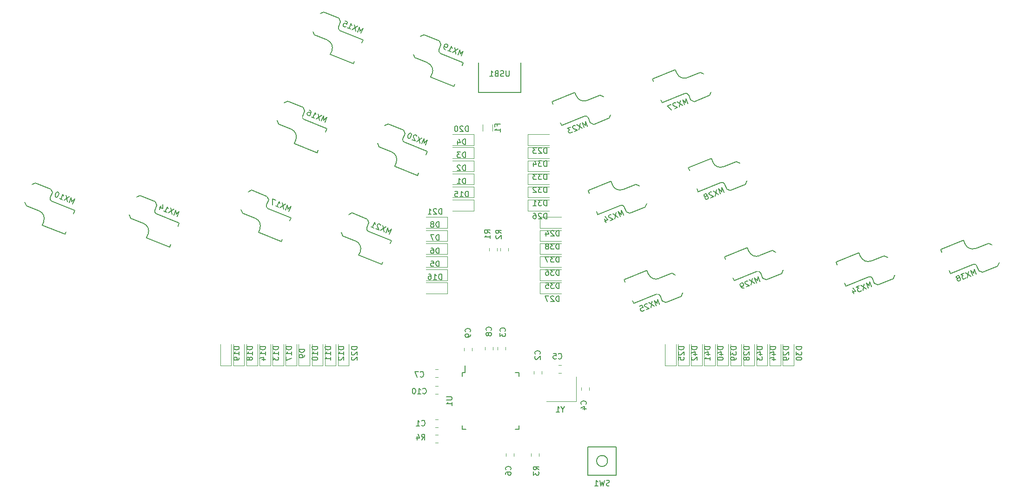
<source format=gbr>
G04 #@! TF.GenerationSoftware,KiCad,Pcbnew,(5.1.4)-1*
G04 #@! TF.CreationDate,2022-11-11T03:01:57-05:00*
G04 #@! TF.ProjectId,ThumbsUp,5468756d-6273-4557-902e-6b696361645f,rev?*
G04 #@! TF.SameCoordinates,Original*
G04 #@! TF.FileFunction,Legend,Bot*
G04 #@! TF.FilePolarity,Positive*
%FSLAX46Y46*%
G04 Gerber Fmt 4.6, Leading zero omitted, Abs format (unit mm)*
G04 Created by KiCad (PCBNEW (5.1.4)-1) date 2022-11-11 03:01:57*
%MOMM*%
%LPD*%
G04 APERTURE LIST*
%ADD10C,0.150000*%
%ADD11C,0.120000*%
G04 APERTURE END LIST*
D10*
X167954000Y-224984000D02*
X162754000Y-224984000D01*
X162754000Y-224984000D02*
X162754000Y-230184000D01*
X162754000Y-230184000D02*
X167954000Y-230184000D01*
X167954000Y-230184000D02*
X167954000Y-224984000D01*
X166354000Y-227584000D02*
G75*
G03X166354000Y-227584000I-1000000J0D01*
G01*
D11*
X160614000Y-216760000D02*
X155214000Y-216760000D01*
X160614000Y-212260000D02*
X160614000Y-216760000D01*
D10*
X140434000Y-211487000D02*
X140434000Y-210212000D01*
X139859000Y-221837000D02*
X139859000Y-221162000D01*
X150209000Y-221837000D02*
X150209000Y-221162000D01*
X150209000Y-211487000D02*
X150209000Y-212162000D01*
X139859000Y-211487000D02*
X139859000Y-212162000D01*
X150209000Y-211487000D02*
X149534000Y-211487000D01*
X150209000Y-221837000D02*
X149534000Y-221837000D01*
X139859000Y-221837000D02*
X140534000Y-221837000D01*
X139859000Y-211487000D02*
X140434000Y-211487000D01*
D11*
X134947922Y-222810000D02*
X135465078Y-222810000D01*
X134947922Y-224230000D02*
X135465078Y-224230000D01*
X153872000Y-226230922D02*
X153872000Y-226748078D01*
X152452000Y-226230922D02*
X152452000Y-226748078D01*
X146864000Y-189313078D02*
X146864000Y-188795922D01*
X148284000Y-189313078D02*
X148284000Y-188795922D01*
X144832000Y-189313078D02*
X144832000Y-188795922D01*
X146252000Y-189313078D02*
X146252000Y-188795922D01*
X143616000Y-167480064D02*
X143616000Y-166275936D01*
X145436000Y-167480064D02*
X145436000Y-166275936D01*
X134947922Y-213920000D02*
X135465078Y-213920000D01*
X134947922Y-215340000D02*
X135465078Y-215340000D01*
X140260000Y-207522578D02*
X140260000Y-207005422D01*
X141680000Y-207522578D02*
X141680000Y-207005422D01*
X144070000Y-207347078D02*
X144070000Y-206829922D01*
X145490000Y-207347078D02*
X145490000Y-206829922D01*
X135465078Y-212292000D02*
X134947922Y-212292000D01*
X135465078Y-210872000D02*
X134947922Y-210872000D01*
X149300000Y-226230922D02*
X149300000Y-226748078D01*
X147880000Y-226230922D02*
X147880000Y-226748078D01*
X157396922Y-210110000D02*
X157914078Y-210110000D01*
X157396922Y-211530000D02*
X157914078Y-211530000D01*
X161596000Y-214713078D02*
X161596000Y-214195922D01*
X163016000Y-214713078D02*
X163016000Y-214195922D01*
X146356000Y-207347078D02*
X146356000Y-206829922D01*
X147776000Y-207347078D02*
X147776000Y-206829922D01*
X152960000Y-211762078D02*
X152960000Y-211244922D01*
X154380000Y-211762078D02*
X154380000Y-211244922D01*
X135465078Y-221436000D02*
X134947922Y-221436000D01*
X135465078Y-220016000D02*
X134947922Y-220016000D01*
D10*
X142850000Y-155000000D02*
X142850000Y-160450000D01*
X150550000Y-155000000D02*
X150550000Y-160450000D01*
X142850000Y-160450000D02*
X150550000Y-160450000D01*
X231427677Y-188009842D02*
X231165452Y-187360813D01*
X231165452Y-187360813D02*
X226993125Y-189046543D01*
X233380363Y-188838708D02*
G75*
G02X231427677Y-188009842I-561910J1390776D01*
G01*
X234602500Y-193198338D02*
X233951605Y-192922050D01*
X233576998Y-191994866D02*
X233951605Y-192922050D01*
X228753776Y-193404307D02*
X232926103Y-191718577D01*
X236349217Y-188178480D02*
X235698322Y-187902191D01*
X228529012Y-192847997D02*
X228753776Y-193404307D01*
X235698322Y-187902191D02*
X233380363Y-188838708D01*
X237660340Y-191423623D02*
X237384052Y-192074519D01*
X237384052Y-192074519D02*
X234602500Y-193198338D01*
X232926104Y-191718578D02*
G75*
G02X233576998Y-191994866I187303J-463591D01*
G01*
X226993125Y-189046543D02*
X227180428Y-189510135D01*
X178953455Y-156901869D02*
X178691230Y-156252840D01*
X178691230Y-156252840D02*
X174518903Y-157938570D01*
X180906141Y-157730735D02*
G75*
G02X178953455Y-156901869I-561910J1390776D01*
G01*
X182128278Y-162090365D02*
X181477383Y-161814077D01*
X181102776Y-160886893D02*
X181477383Y-161814077D01*
X176279554Y-162296334D02*
X180451881Y-160610604D01*
X183874995Y-157070507D02*
X183224100Y-156794218D01*
X176054790Y-161740024D02*
X176279554Y-162296334D01*
X183224100Y-156794218D02*
X180906141Y-157730735D01*
X185186118Y-160315650D02*
X184909830Y-160966546D01*
X184909830Y-160966546D02*
X182128278Y-162090365D01*
X180451882Y-160610605D02*
G75*
G02X181102776Y-160886893I187303J-463591D01*
G01*
X174518903Y-157938570D02*
X174706206Y-158402162D01*
X185509070Y-173127586D02*
X185246845Y-172478557D01*
X185246845Y-172478557D02*
X181074518Y-174164287D01*
X187461756Y-173956452D02*
G75*
G02X185509070Y-173127586I-561910J1390776D01*
G01*
X188683893Y-178316082D02*
X188032998Y-178039794D01*
X187658391Y-177112610D02*
X188032998Y-178039794D01*
X182835169Y-178522051D02*
X187007496Y-176836321D01*
X190430610Y-173296224D02*
X189779715Y-173019935D01*
X182610405Y-177965741D02*
X182835169Y-178522051D01*
X189779715Y-173019935D02*
X187461756Y-173956452D01*
X191741733Y-176541367D02*
X191465445Y-177192263D01*
X191465445Y-177192263D02*
X188683893Y-178316082D01*
X187007497Y-176836322D02*
G75*
G02X187658391Y-177112610I187303J-463591D01*
G01*
X181074518Y-174164287D02*
X181261821Y-174627879D01*
X192064685Y-189353304D02*
X191802460Y-188704275D01*
X191802460Y-188704275D02*
X187630133Y-190390005D01*
X194017371Y-190182170D02*
G75*
G02X192064685Y-189353304I-561910J1390776D01*
G01*
X195239508Y-194541800D02*
X194588613Y-194265512D01*
X194214006Y-193338328D02*
X194588613Y-194265512D01*
X189390784Y-194747769D02*
X193563111Y-193062039D01*
X196986225Y-189521942D02*
X196335330Y-189245653D01*
X189166020Y-194191459D02*
X189390784Y-194747769D01*
X196335330Y-189245653D02*
X194017371Y-190182170D01*
X198297348Y-192767085D02*
X198021060Y-193417981D01*
X198021060Y-193417981D02*
X195239508Y-194541800D01*
X193563112Y-193062040D02*
G75*
G02X194214006Y-193338328I187303J-463591D01*
G01*
X187630133Y-190390005D02*
X187817436Y-190853597D01*
X212401743Y-190304145D02*
X212139518Y-189655116D01*
X212139518Y-189655116D02*
X207967191Y-191340846D01*
X214354429Y-191133011D02*
G75*
G02X212401743Y-190304145I-561910J1390776D01*
G01*
X215576566Y-195492641D02*
X214925671Y-195216353D01*
X214551064Y-194289169D02*
X214925671Y-195216353D01*
X209727842Y-195698610D02*
X213900169Y-194012880D01*
X217323283Y-190472783D02*
X216672388Y-190196494D01*
X209503078Y-195142300D02*
X209727842Y-195698610D01*
X216672388Y-190196494D02*
X214354429Y-191133011D01*
X218634406Y-193717926D02*
X218358118Y-194368822D01*
X218358118Y-194368822D02*
X215576566Y-195492641D01*
X213900170Y-194012881D02*
G75*
G02X214551064Y-194289169I187303J-463591D01*
G01*
X207967191Y-191340846D02*
X208154494Y-191804438D01*
X116147317Y-152845686D02*
X115885093Y-153494715D01*
X115885093Y-153494715D02*
X120057420Y-155180444D01*
X115318451Y-150893000D02*
G75*
G02X116147317Y-152845686I-561910J-1390776D01*
G01*
X117467773Y-146907976D02*
X117744061Y-147558872D01*
X117369455Y-148486055D02*
X117744061Y-147558872D01*
X121818071Y-150822680D02*
X117645744Y-149136951D01*
X112724203Y-149305589D02*
X113000492Y-149956484D01*
X121593307Y-151378991D02*
X121818071Y-150822680D01*
X113000492Y-149956484D02*
X115318451Y-150893000D01*
X114035326Y-146060445D02*
X114686221Y-145784157D01*
X114686221Y-145784157D02*
X117467773Y-146907976D01*
X117645743Y-149136951D02*
G75*
G02X117369455Y-148486055I187304J463592D01*
G01*
X120057420Y-155180444D02*
X120244723Y-154716852D01*
X167232349Y-177276257D02*
X166970124Y-176627228D01*
X166970124Y-176627228D02*
X162797797Y-178312958D01*
X169185035Y-178105123D02*
G75*
G02X167232349Y-177276257I-561910J1390776D01*
G01*
X170407172Y-182464753D02*
X169756277Y-182188465D01*
X169381670Y-181261281D02*
X169756277Y-182188465D01*
X164558448Y-182670722D02*
X168730775Y-180984992D01*
X172153889Y-177444895D02*
X171502994Y-177168606D01*
X164333684Y-182114412D02*
X164558448Y-182670722D01*
X171502994Y-177168606D02*
X169185035Y-178105123D01*
X173465012Y-180690038D02*
X173188724Y-181340934D01*
X173188724Y-181340934D02*
X170407172Y-182464753D01*
X168730776Y-180984993D02*
G75*
G02X169381670Y-181261281I187303J-463591D01*
G01*
X162797797Y-178312958D02*
X162985100Y-178776550D01*
X63673094Y-183953659D02*
X63410870Y-184602688D01*
X63410870Y-184602688D02*
X67583197Y-186288417D01*
X62844228Y-182000973D02*
G75*
G02X63673094Y-183953659I-561910J-1390776D01*
G01*
X64993550Y-178015949D02*
X65269838Y-178666845D01*
X64895232Y-179594028D02*
X65269838Y-178666845D01*
X69343848Y-181930653D02*
X65171521Y-180244924D01*
X60249980Y-180413562D02*
X60526269Y-181064457D01*
X69119084Y-182486964D02*
X69343848Y-181930653D01*
X60526269Y-181064457D02*
X62844228Y-182000973D01*
X61561103Y-177168418D02*
X62211998Y-176892130D01*
X62211998Y-176892130D02*
X64993550Y-178015949D01*
X65171520Y-180244924D02*
G75*
G02X64895232Y-179594028I187304J463592D01*
G01*
X67583197Y-186288417D02*
X67770500Y-185824825D01*
X82699028Y-186247962D02*
X82436804Y-186896991D01*
X82436804Y-186896991D02*
X86609131Y-188582720D01*
X81870162Y-184295276D02*
G75*
G02X82699028Y-186247962I-561910J-1390776D01*
G01*
X84019484Y-180310252D02*
X84295772Y-180961148D01*
X83921166Y-181888331D02*
X84295772Y-180961148D01*
X88369782Y-184224956D02*
X84197455Y-182539227D01*
X79275914Y-182707865D02*
X79552203Y-183358760D01*
X88145018Y-184781267D02*
X88369782Y-184224956D01*
X79552203Y-183358760D02*
X81870162Y-184295276D01*
X80587037Y-179462721D02*
X81237932Y-179186433D01*
X81237932Y-179186433D02*
X84019484Y-180310252D01*
X84197454Y-182539227D02*
G75*
G02X83921166Y-181888331I187304J463592D01*
G01*
X86609131Y-188582720D02*
X86796434Y-188119128D01*
X103036086Y-185297121D02*
X102773862Y-185946150D01*
X102773862Y-185946150D02*
X106946189Y-187631879D01*
X102207220Y-183344435D02*
G75*
G02X103036086Y-185297121I-561910J-1390776D01*
G01*
X104356542Y-179359411D02*
X104632830Y-180010307D01*
X104258224Y-180937490D02*
X104632830Y-180010307D01*
X108706840Y-183274115D02*
X104534513Y-181588386D01*
X99612972Y-181757024D02*
X99889261Y-182407919D01*
X108482076Y-183830426D02*
X108706840Y-183274115D01*
X99889261Y-182407919D02*
X102207220Y-183344435D01*
X100924095Y-178511880D02*
X101574990Y-178235592D01*
X101574990Y-178235592D02*
X104356542Y-179359411D01*
X104534512Y-181588386D02*
G75*
G02X104258224Y-180937490I187304J463592D01*
G01*
X106946189Y-187631879D02*
X107133492Y-187168287D01*
X173787964Y-193501974D02*
X173525739Y-192852945D01*
X173525739Y-192852945D02*
X169353412Y-194538675D01*
X175740650Y-194330840D02*
G75*
G02X173787964Y-193501974I-561910J1390776D01*
G01*
X176962787Y-198690470D02*
X176311892Y-198414182D01*
X175937285Y-197486998D02*
X176311892Y-198414182D01*
X171114063Y-198896439D02*
X175286390Y-197210709D01*
X178709504Y-193670612D02*
X178058609Y-193394323D01*
X170889299Y-198340129D02*
X171114063Y-198896439D01*
X178058609Y-193394323D02*
X175740650Y-194330840D01*
X180020627Y-196915755D02*
X179744339Y-197566651D01*
X179744339Y-197566651D02*
X176962787Y-198690470D01*
X175286391Y-197210710D02*
G75*
G02X175937285Y-197486998I187303J-463591D01*
G01*
X169353412Y-194538675D02*
X169540715Y-195002267D01*
X134424038Y-156994356D02*
X134161814Y-157643385D01*
X134161814Y-157643385D02*
X138334141Y-159329114D01*
X133595172Y-155041670D02*
G75*
G02X134424038Y-156994356I-561910J-1390776D01*
G01*
X135744494Y-151056646D02*
X136020782Y-151707542D01*
X135646176Y-152634725D02*
X136020782Y-151707542D01*
X140094792Y-154971350D02*
X135922465Y-153285621D01*
X131000924Y-153454259D02*
X131277213Y-154105154D01*
X139870028Y-155527661D02*
X140094792Y-154971350D01*
X131277213Y-154105154D02*
X133595172Y-155041670D01*
X132312047Y-150209115D02*
X132962942Y-149932827D01*
X132962942Y-149932827D02*
X135744494Y-151056646D01*
X135922464Y-153285621D02*
G75*
G02X135646176Y-152634725I187304J463592D01*
G01*
X138334141Y-159329114D02*
X138521444Y-158865522D01*
X121312807Y-189445791D02*
X121050583Y-190094820D01*
X121050583Y-190094820D02*
X125222910Y-191780549D01*
X120483941Y-187493105D02*
G75*
G02X121312807Y-189445791I-561910J-1390776D01*
G01*
X122633263Y-183508081D02*
X122909551Y-184158977D01*
X122534945Y-185086160D02*
X122909551Y-184158977D01*
X126983561Y-187422785D02*
X122811234Y-185737056D01*
X117889693Y-185905694D02*
X118165982Y-186556589D01*
X126758797Y-187979096D02*
X126983561Y-187422785D01*
X118165982Y-186556589D02*
X120483941Y-187493105D01*
X119200816Y-182660550D02*
X119851711Y-182384262D01*
X119851711Y-182384262D02*
X122633263Y-183508081D01*
X122811233Y-185737056D02*
G75*
G02X122534945Y-185086160I187304J463592D01*
G01*
X125222910Y-191780549D02*
X125410213Y-191316957D01*
X127868422Y-173220074D02*
X127606198Y-173869103D01*
X127606198Y-173869103D02*
X131778525Y-175554832D01*
X127039556Y-171267388D02*
G75*
G02X127868422Y-173220074I-561910J-1390776D01*
G01*
X129188878Y-167282364D02*
X129465166Y-167933260D01*
X129090560Y-168860443D02*
X129465166Y-167933260D01*
X133539176Y-171197068D02*
X129366849Y-169511339D01*
X124445308Y-169679977D02*
X124721597Y-170330872D01*
X133314412Y-171753379D02*
X133539176Y-171197068D01*
X124721597Y-170330872D02*
X127039556Y-171267388D01*
X125756431Y-166434833D02*
X126407326Y-166158545D01*
X126407326Y-166158545D02*
X129188878Y-167282364D01*
X129366848Y-169511339D02*
G75*
G02X129090560Y-168860443I187304J463592D01*
G01*
X131778525Y-175554832D02*
X131965828Y-175091240D01*
X160676734Y-161050539D02*
X160414509Y-160401510D01*
X160414509Y-160401510D02*
X156242182Y-162087240D01*
X162629420Y-161879405D02*
G75*
G02X160676734Y-161050539I-561910J1390776D01*
G01*
X163851557Y-166239035D02*
X163200662Y-165962747D01*
X162826055Y-165035563D02*
X163200662Y-165962747D01*
X158002833Y-166445004D02*
X162175160Y-164759274D01*
X165598274Y-161219177D02*
X164947379Y-160942888D01*
X157778069Y-165888694D02*
X158002833Y-166445004D01*
X164947379Y-160942888D02*
X162629420Y-161879405D01*
X166909397Y-164464320D02*
X166633109Y-165115216D01*
X166633109Y-165115216D02*
X163851557Y-166239035D01*
X162175161Y-164759275D02*
G75*
G02X162826055Y-165035563I187303J-463591D01*
G01*
X156242182Y-162087240D02*
X156429485Y-162550832D01*
X109591701Y-169071403D02*
X109329477Y-169720432D01*
X109329477Y-169720432D02*
X113501804Y-171406161D01*
X108762835Y-167118717D02*
G75*
G02X109591701Y-169071403I-561910J-1390776D01*
G01*
X110912157Y-163133693D02*
X111188445Y-163784589D01*
X110813839Y-164711772D02*
X111188445Y-163784589D01*
X115262455Y-167048397D02*
X111090128Y-165362668D01*
X106168587Y-165531306D02*
X106444876Y-166182201D01*
X115037691Y-167604708D02*
X115262455Y-167048397D01*
X106444876Y-166182201D02*
X108762835Y-167118717D01*
X107479710Y-162286162D02*
X108130605Y-162009874D01*
X108130605Y-162009874D02*
X110912157Y-163133693D01*
X111090127Y-165362668D02*
G75*
G02X110813839Y-164711772I187304J463592D01*
G01*
X113501804Y-171406161D02*
X113689107Y-170942569D01*
D11*
X195468750Y-210212500D02*
X195468750Y-206312500D01*
X193468750Y-210212500D02*
X193468750Y-206312500D01*
X195468750Y-210212500D02*
X193468750Y-210212500D01*
X193087500Y-210212500D02*
X193087500Y-206312500D01*
X191087500Y-210212500D02*
X191087500Y-206312500D01*
X193087500Y-210212500D02*
X191087500Y-210212500D01*
X181181250Y-210212500D02*
X181181250Y-206312500D01*
X179181250Y-210212500D02*
X179181250Y-206312500D01*
X181181250Y-210212500D02*
X179181250Y-210212500D01*
X183562500Y-210212500D02*
X183562500Y-206312500D01*
X181562500Y-210212500D02*
X181562500Y-206312500D01*
X183562500Y-210212500D02*
X181562500Y-210212500D01*
X185943750Y-210212500D02*
X185943750Y-206312500D01*
X183943750Y-210212500D02*
X183943750Y-206312500D01*
X185943750Y-210212500D02*
X183943750Y-210212500D01*
X188325000Y-210212500D02*
X188325000Y-206312500D01*
X186325000Y-210212500D02*
X186325000Y-206312500D01*
X188325000Y-210212500D02*
X186325000Y-210212500D01*
X154056250Y-187531250D02*
X157956250Y-187531250D01*
X154056250Y-185531250D02*
X157956250Y-185531250D01*
X154056250Y-187531250D02*
X154056250Y-185531250D01*
X154056250Y-189912500D02*
X157956250Y-189912500D01*
X154056250Y-187912500D02*
X157956250Y-187912500D01*
X154056250Y-189912500D02*
X154056250Y-187912500D01*
X154056250Y-192293750D02*
X157956250Y-192293750D01*
X154056250Y-190293750D02*
X157956250Y-190293750D01*
X154056250Y-192293750D02*
X154056250Y-190293750D01*
X154056250Y-194675000D02*
X157956250Y-194675000D01*
X154056250Y-192675000D02*
X157956250Y-192675000D01*
X154056250Y-194675000D02*
X154056250Y-192675000D01*
X151800000Y-172450000D02*
X155700000Y-172450000D01*
X151800000Y-170450000D02*
X155700000Y-170450000D01*
X151800000Y-172450000D02*
X151800000Y-170450000D01*
X151800000Y-174831250D02*
X155700000Y-174831250D01*
X151800000Y-172831250D02*
X155700000Y-172831250D01*
X151800000Y-174831250D02*
X151800000Y-172831250D01*
X151800000Y-177212500D02*
X155700000Y-177212500D01*
X151800000Y-175212500D02*
X155700000Y-175212500D01*
X151800000Y-177212500D02*
X151800000Y-175212500D01*
X151800000Y-179593750D02*
X155700000Y-179593750D01*
X151800000Y-177593750D02*
X155700000Y-177593750D01*
X151800000Y-179593750D02*
X151800000Y-177593750D01*
X200231250Y-210212500D02*
X200231250Y-206312500D01*
X198231250Y-210212500D02*
X198231250Y-206312500D01*
X200231250Y-210212500D02*
X198231250Y-210212500D01*
X197850000Y-210212500D02*
X197850000Y-206312500D01*
X195850000Y-210212500D02*
X195850000Y-206312500D01*
X197850000Y-210212500D02*
X195850000Y-210212500D01*
X190706250Y-210212500D02*
X190706250Y-206312500D01*
X188706250Y-210212500D02*
X188706250Y-206312500D01*
X190706250Y-210212500D02*
X188706250Y-210212500D01*
X154056250Y-197056250D02*
X157956250Y-197056250D01*
X154056250Y-195056250D02*
X157956250Y-195056250D01*
X154056250Y-197056250D02*
X154056250Y-195056250D01*
X151800000Y-181975000D02*
X155700000Y-181975000D01*
X151800000Y-179975000D02*
X155700000Y-179975000D01*
X151800000Y-181975000D02*
X151800000Y-179975000D01*
X178800000Y-210212500D02*
X178800000Y-206312500D01*
X176800000Y-210212500D02*
X176800000Y-206312500D01*
X178800000Y-210212500D02*
X176800000Y-210212500D01*
X154056250Y-185150000D02*
X157956250Y-185150000D01*
X154056250Y-183150000D02*
X157956250Y-183150000D01*
X154056250Y-185150000D02*
X154056250Y-183150000D01*
X151800000Y-170068750D02*
X155700000Y-170068750D01*
X151800000Y-168068750D02*
X155700000Y-168068750D01*
X151800000Y-170068750D02*
X151800000Y-168068750D01*
X119268750Y-210212500D02*
X119268750Y-206312500D01*
X117268750Y-210212500D02*
X117268750Y-206312500D01*
X119268750Y-210212500D02*
X117268750Y-210212500D01*
X137187500Y-183150000D02*
X133287500Y-183150000D01*
X137187500Y-185150000D02*
X133287500Y-185150000D01*
X137187500Y-183150000D02*
X137187500Y-185150000D01*
X142012500Y-168068750D02*
X138112500Y-168068750D01*
X142012500Y-170068750D02*
X138112500Y-170068750D01*
X142012500Y-168068750D02*
X142012500Y-170068750D01*
X97837500Y-210212500D02*
X97837500Y-206312500D01*
X95837500Y-210212500D02*
X95837500Y-206312500D01*
X97837500Y-210212500D02*
X95837500Y-210212500D01*
X100218750Y-210212500D02*
X100218750Y-206312500D01*
X98218750Y-210212500D02*
X98218750Y-206312500D01*
X100218750Y-210212500D02*
X98218750Y-210212500D01*
X107362500Y-210212500D02*
X107362500Y-206312500D01*
X105362500Y-210212500D02*
X105362500Y-206312500D01*
X107362500Y-210212500D02*
X105362500Y-210212500D01*
X137187500Y-195056250D02*
X133287500Y-195056250D01*
X137187500Y-197056250D02*
X133287500Y-197056250D01*
X137187500Y-195056250D02*
X137187500Y-197056250D01*
X142012500Y-179975000D02*
X138112500Y-179975000D01*
X142012500Y-181975000D02*
X138112500Y-181975000D01*
X142012500Y-179975000D02*
X142012500Y-181975000D01*
X102600000Y-210212500D02*
X102600000Y-206312500D01*
X100600000Y-210212500D02*
X100600000Y-206312500D01*
X102600000Y-210212500D02*
X100600000Y-210212500D01*
X104981250Y-210212500D02*
X104981250Y-206312500D01*
X102981250Y-210212500D02*
X102981250Y-206312500D01*
X104981250Y-210212500D02*
X102981250Y-210212500D01*
X116887500Y-210212500D02*
X116887500Y-206312500D01*
X114887500Y-210212500D02*
X114887500Y-206312500D01*
X116887500Y-210212500D02*
X114887500Y-210212500D01*
X114506250Y-210212500D02*
X114506250Y-206312500D01*
X112506250Y-210212500D02*
X112506250Y-206312500D01*
X114506250Y-210212500D02*
X112506250Y-210212500D01*
X112125000Y-210212500D02*
X112125000Y-206312500D01*
X110125000Y-210212500D02*
X110125000Y-206312500D01*
X112125000Y-210212500D02*
X110125000Y-210212500D01*
X109743750Y-210212500D02*
X109743750Y-206312500D01*
X107743750Y-210212500D02*
X107743750Y-206312500D01*
X109743750Y-210212500D02*
X107743750Y-210212500D01*
X137187500Y-185531250D02*
X133287500Y-185531250D01*
X137187500Y-187531250D02*
X133287500Y-187531250D01*
X137187500Y-185531250D02*
X137187500Y-187531250D01*
X137187500Y-187912500D02*
X133287500Y-187912500D01*
X137187500Y-189912500D02*
X133287500Y-189912500D01*
X137187500Y-187912500D02*
X137187500Y-189912500D01*
X137187500Y-190293750D02*
X133287500Y-190293750D01*
X137187500Y-192293750D02*
X133287500Y-192293750D01*
X137187500Y-190293750D02*
X137187500Y-192293750D01*
X137187500Y-192675000D02*
X133287500Y-192675000D01*
X137187500Y-194675000D02*
X133287500Y-194675000D01*
X137187500Y-192675000D02*
X137187500Y-194675000D01*
X142012500Y-170450000D02*
X138112500Y-170450000D01*
X142012500Y-172450000D02*
X138112500Y-172450000D01*
X142012500Y-170450000D02*
X142012500Y-172450000D01*
X142012500Y-172831250D02*
X138112500Y-172831250D01*
X142012500Y-174831250D02*
X138112500Y-174831250D01*
X142012500Y-172831250D02*
X142012500Y-174831250D01*
X142012500Y-175212500D02*
X138112500Y-175212500D01*
X142012500Y-177212500D02*
X138112500Y-177212500D01*
X142012500Y-175212500D02*
X142012500Y-177212500D01*
X142012500Y-177593750D02*
X138112500Y-177593750D01*
X142012500Y-179593750D02*
X138112500Y-179593750D01*
X142012500Y-177593750D02*
X142012500Y-179593750D01*
D10*
X166687333Y-232052761D02*
X166544476Y-232100380D01*
X166306380Y-232100380D01*
X166211142Y-232052761D01*
X166163523Y-232005142D01*
X166115904Y-231909904D01*
X166115904Y-231814666D01*
X166163523Y-231719428D01*
X166211142Y-231671809D01*
X166306380Y-231624190D01*
X166496857Y-231576571D01*
X166592095Y-231528952D01*
X166639714Y-231481333D01*
X166687333Y-231386095D01*
X166687333Y-231290857D01*
X166639714Y-231195619D01*
X166592095Y-231148000D01*
X166496857Y-231100380D01*
X166258761Y-231100380D01*
X166115904Y-231148000D01*
X165782571Y-231100380D02*
X165544476Y-232100380D01*
X165354000Y-231386095D01*
X165163523Y-232100380D01*
X164925428Y-231100380D01*
X164020666Y-232100380D02*
X164592095Y-232100380D01*
X164306380Y-232100380D02*
X164306380Y-231100380D01*
X164401619Y-231243238D01*
X164496857Y-231338476D01*
X164592095Y-231386095D01*
X158210190Y-218162190D02*
X158210190Y-218638380D01*
X158543523Y-217638380D02*
X158210190Y-218162190D01*
X157876857Y-217638380D01*
X157019714Y-218638380D02*
X157591142Y-218638380D01*
X157305428Y-218638380D02*
X157305428Y-217638380D01*
X157400666Y-217781238D01*
X157495904Y-217876476D01*
X157591142Y-217924095D01*
X137036380Y-215900095D02*
X137845904Y-215900095D01*
X137941142Y-215947714D01*
X137988761Y-215995333D01*
X138036380Y-216090571D01*
X138036380Y-216281047D01*
X137988761Y-216376285D01*
X137941142Y-216423904D01*
X137845904Y-216471523D01*
X137036380Y-216471523D01*
X138036380Y-217471523D02*
X138036380Y-216900095D01*
X138036380Y-217185809D02*
X137036380Y-217185809D01*
X137179238Y-217090571D01*
X137274476Y-216995333D01*
X137322095Y-216900095D01*
X132500666Y-223718380D02*
X132834000Y-223242190D01*
X133072095Y-223718380D02*
X133072095Y-222718380D01*
X132691142Y-222718380D01*
X132595904Y-222766000D01*
X132548285Y-222813619D01*
X132500666Y-222908857D01*
X132500666Y-223051714D01*
X132548285Y-223146952D01*
X132595904Y-223194571D01*
X132691142Y-223242190D01*
X133072095Y-223242190D01*
X131643523Y-223051714D02*
X131643523Y-223718380D01*
X131881619Y-222670761D02*
X132119714Y-223385047D01*
X131500666Y-223385047D01*
X153868380Y-229195333D02*
X153392190Y-228862000D01*
X153868380Y-228623904D02*
X152868380Y-228623904D01*
X152868380Y-229004857D01*
X152916000Y-229100095D01*
X152963619Y-229147714D01*
X153058857Y-229195333D01*
X153201714Y-229195333D01*
X153296952Y-229147714D01*
X153344571Y-229100095D01*
X153392190Y-229004857D01*
X153392190Y-228623904D01*
X152868380Y-229528666D02*
X152868380Y-230147714D01*
X153249333Y-229814380D01*
X153249333Y-229957238D01*
X153296952Y-230052476D01*
X153344571Y-230100095D01*
X153439809Y-230147714D01*
X153677904Y-230147714D01*
X153773142Y-230100095D01*
X153820761Y-230052476D01*
X153868380Y-229957238D01*
X153868380Y-229671523D01*
X153820761Y-229576285D01*
X153773142Y-229528666D01*
X146988380Y-186101833D02*
X146512190Y-185768500D01*
X146988380Y-185530404D02*
X145988380Y-185530404D01*
X145988380Y-185911357D01*
X146036000Y-186006595D01*
X146083619Y-186054214D01*
X146178857Y-186101833D01*
X146321714Y-186101833D01*
X146416952Y-186054214D01*
X146464571Y-186006595D01*
X146512190Y-185911357D01*
X146512190Y-185530404D01*
X146083619Y-186482785D02*
X146036000Y-186530404D01*
X145988380Y-186625642D01*
X145988380Y-186863738D01*
X146036000Y-186958976D01*
X146083619Y-187006595D01*
X146178857Y-187054214D01*
X146274095Y-187054214D01*
X146416952Y-187006595D01*
X146988380Y-186435166D01*
X146988380Y-187054214D01*
X144978380Y-186093833D02*
X144502190Y-185760500D01*
X144978380Y-185522404D02*
X143978380Y-185522404D01*
X143978380Y-185903357D01*
X144026000Y-185998595D01*
X144073619Y-186046214D01*
X144168857Y-186093833D01*
X144311714Y-186093833D01*
X144406952Y-186046214D01*
X144454571Y-185998595D01*
X144502190Y-185903357D01*
X144502190Y-185522404D01*
X144978380Y-187046214D02*
X144978380Y-186474785D01*
X144978380Y-186760500D02*
X143978380Y-186760500D01*
X144121238Y-186665261D01*
X144216476Y-186570023D01*
X144264095Y-186474785D01*
X146274571Y-166544666D02*
X146274571Y-166211333D01*
X146798380Y-166211333D02*
X145798380Y-166211333D01*
X145798380Y-166687523D01*
X146798380Y-167592285D02*
X146798380Y-167020857D01*
X146798380Y-167306571D02*
X145798380Y-167306571D01*
X145941238Y-167211333D01*
X146036476Y-167116095D01*
X146084095Y-167020857D01*
X132722857Y-215241142D02*
X132770476Y-215288761D01*
X132913333Y-215336380D01*
X133008571Y-215336380D01*
X133151428Y-215288761D01*
X133246666Y-215193523D01*
X133294285Y-215098285D01*
X133341904Y-214907809D01*
X133341904Y-214764952D01*
X133294285Y-214574476D01*
X133246666Y-214479238D01*
X133151428Y-214384000D01*
X133008571Y-214336380D01*
X132913333Y-214336380D01*
X132770476Y-214384000D01*
X132722857Y-214431619D01*
X131770476Y-215336380D02*
X132341904Y-215336380D01*
X132056190Y-215336380D02*
X132056190Y-214336380D01*
X132151428Y-214479238D01*
X132246666Y-214574476D01*
X132341904Y-214622095D01*
X131151428Y-214336380D02*
X131056190Y-214336380D01*
X130960952Y-214384000D01*
X130913333Y-214431619D01*
X130865714Y-214526857D01*
X130818095Y-214717333D01*
X130818095Y-214955428D01*
X130865714Y-215145904D01*
X130913333Y-215241142D01*
X130960952Y-215288761D01*
X131056190Y-215336380D01*
X131151428Y-215336380D01*
X131246666Y-215288761D01*
X131294285Y-215241142D01*
X131341904Y-215145904D01*
X131389523Y-214955428D01*
X131389523Y-214717333D01*
X131341904Y-214526857D01*
X131294285Y-214431619D01*
X131246666Y-214384000D01*
X131151428Y-214336380D01*
X141327142Y-204049333D02*
X141374761Y-204001714D01*
X141422380Y-203858857D01*
X141422380Y-203763619D01*
X141374761Y-203620761D01*
X141279523Y-203525523D01*
X141184285Y-203477904D01*
X140993809Y-203430285D01*
X140850952Y-203430285D01*
X140660476Y-203477904D01*
X140565238Y-203525523D01*
X140470000Y-203620761D01*
X140422380Y-203763619D01*
X140422380Y-203858857D01*
X140470000Y-204001714D01*
X140517619Y-204049333D01*
X141422380Y-204525523D02*
X141422380Y-204716000D01*
X141374761Y-204811238D01*
X141327142Y-204858857D01*
X141184285Y-204954095D01*
X140993809Y-205001714D01*
X140612857Y-205001714D01*
X140517619Y-204954095D01*
X140470000Y-204906476D01*
X140422380Y-204811238D01*
X140422380Y-204620761D01*
X140470000Y-204525523D01*
X140517619Y-204477904D01*
X140612857Y-204430285D01*
X140850952Y-204430285D01*
X140946190Y-204477904D01*
X140993809Y-204525523D01*
X141041428Y-204620761D01*
X141041428Y-204811238D01*
X140993809Y-204906476D01*
X140946190Y-204954095D01*
X140850952Y-205001714D01*
X145137142Y-203795333D02*
X145184761Y-203747714D01*
X145232380Y-203604857D01*
X145232380Y-203509619D01*
X145184761Y-203366761D01*
X145089523Y-203271523D01*
X144994285Y-203223904D01*
X144803809Y-203176285D01*
X144660952Y-203176285D01*
X144470476Y-203223904D01*
X144375238Y-203271523D01*
X144280000Y-203366761D01*
X144232380Y-203509619D01*
X144232380Y-203604857D01*
X144280000Y-203747714D01*
X144327619Y-203795333D01*
X144660952Y-204366761D02*
X144613333Y-204271523D01*
X144565714Y-204223904D01*
X144470476Y-204176285D01*
X144422857Y-204176285D01*
X144327619Y-204223904D01*
X144280000Y-204271523D01*
X144232380Y-204366761D01*
X144232380Y-204557238D01*
X144280000Y-204652476D01*
X144327619Y-204700095D01*
X144422857Y-204747714D01*
X144470476Y-204747714D01*
X144565714Y-204700095D01*
X144613333Y-204652476D01*
X144660952Y-204557238D01*
X144660952Y-204366761D01*
X144708571Y-204271523D01*
X144756190Y-204223904D01*
X144851428Y-204176285D01*
X145041904Y-204176285D01*
X145137142Y-204223904D01*
X145184761Y-204271523D01*
X145232380Y-204366761D01*
X145232380Y-204557238D01*
X145184761Y-204652476D01*
X145137142Y-204700095D01*
X145041904Y-204747714D01*
X144851428Y-204747714D01*
X144756190Y-204700095D01*
X144708571Y-204652476D01*
X144660952Y-204557238D01*
X132246666Y-212193142D02*
X132294285Y-212240761D01*
X132437142Y-212288380D01*
X132532380Y-212288380D01*
X132675238Y-212240761D01*
X132770476Y-212145523D01*
X132818095Y-212050285D01*
X132865714Y-211859809D01*
X132865714Y-211716952D01*
X132818095Y-211526476D01*
X132770476Y-211431238D01*
X132675238Y-211336000D01*
X132532380Y-211288380D01*
X132437142Y-211288380D01*
X132294285Y-211336000D01*
X132246666Y-211383619D01*
X131913333Y-211288380D02*
X131246666Y-211288380D01*
X131675238Y-212288380D01*
X148693142Y-229195333D02*
X148740761Y-229147714D01*
X148788380Y-229004857D01*
X148788380Y-228909619D01*
X148740761Y-228766761D01*
X148645523Y-228671523D01*
X148550285Y-228623904D01*
X148359809Y-228576285D01*
X148216952Y-228576285D01*
X148026476Y-228623904D01*
X147931238Y-228671523D01*
X147836000Y-228766761D01*
X147788380Y-228909619D01*
X147788380Y-229004857D01*
X147836000Y-229147714D01*
X147883619Y-229195333D01*
X147788380Y-230052476D02*
X147788380Y-229862000D01*
X147836000Y-229766761D01*
X147883619Y-229719142D01*
X148026476Y-229623904D01*
X148216952Y-229576285D01*
X148597904Y-229576285D01*
X148693142Y-229623904D01*
X148740761Y-229671523D01*
X148788380Y-229766761D01*
X148788380Y-229957238D01*
X148740761Y-230052476D01*
X148693142Y-230100095D01*
X148597904Y-230147714D01*
X148359809Y-230147714D01*
X148264571Y-230100095D01*
X148216952Y-230052476D01*
X148169333Y-229957238D01*
X148169333Y-229766761D01*
X148216952Y-229671523D01*
X148264571Y-229623904D01*
X148359809Y-229576285D01*
X157392666Y-208891142D02*
X157440285Y-208938761D01*
X157583142Y-208986380D01*
X157678380Y-208986380D01*
X157821238Y-208938761D01*
X157916476Y-208843523D01*
X157964095Y-208748285D01*
X158011714Y-208557809D01*
X158011714Y-208414952D01*
X157964095Y-208224476D01*
X157916476Y-208129238D01*
X157821238Y-208034000D01*
X157678380Y-207986380D01*
X157583142Y-207986380D01*
X157440285Y-208034000D01*
X157392666Y-208081619D01*
X156487904Y-207986380D02*
X156964095Y-207986380D01*
X157011714Y-208462571D01*
X156964095Y-208414952D01*
X156868857Y-208367333D01*
X156630761Y-208367333D01*
X156535523Y-208414952D01*
X156487904Y-208462571D01*
X156440285Y-208557809D01*
X156440285Y-208795904D01*
X156487904Y-208891142D01*
X156535523Y-208938761D01*
X156630761Y-208986380D01*
X156868857Y-208986380D01*
X156964095Y-208938761D01*
X157011714Y-208891142D01*
X162409142Y-217257333D02*
X162456761Y-217209714D01*
X162504380Y-217066857D01*
X162504380Y-216971619D01*
X162456761Y-216828761D01*
X162361523Y-216733523D01*
X162266285Y-216685904D01*
X162075809Y-216638285D01*
X161932952Y-216638285D01*
X161742476Y-216685904D01*
X161647238Y-216733523D01*
X161552000Y-216828761D01*
X161504380Y-216971619D01*
X161504380Y-217066857D01*
X161552000Y-217209714D01*
X161599619Y-217257333D01*
X161837714Y-218114476D02*
X162504380Y-218114476D01*
X161456761Y-217876380D02*
X162171047Y-217638285D01*
X162171047Y-218257333D01*
X147677142Y-203952333D02*
X147724761Y-203904714D01*
X147772380Y-203761857D01*
X147772380Y-203666619D01*
X147724761Y-203523761D01*
X147629523Y-203428523D01*
X147534285Y-203380904D01*
X147343809Y-203333285D01*
X147200952Y-203333285D01*
X147010476Y-203380904D01*
X146915238Y-203428523D01*
X146820000Y-203523761D01*
X146772380Y-203666619D01*
X146772380Y-203761857D01*
X146820000Y-203904714D01*
X146867619Y-203952333D01*
X146772380Y-204285666D02*
X146772380Y-204904714D01*
X147153333Y-204571380D01*
X147153333Y-204714238D01*
X147200952Y-204809476D01*
X147248571Y-204857095D01*
X147343809Y-204904714D01*
X147581904Y-204904714D01*
X147677142Y-204857095D01*
X147724761Y-204809476D01*
X147772380Y-204714238D01*
X147772380Y-204428523D01*
X147724761Y-204333285D01*
X147677142Y-204285666D01*
X154027142Y-208113333D02*
X154074761Y-208065714D01*
X154122380Y-207922857D01*
X154122380Y-207827619D01*
X154074761Y-207684761D01*
X153979523Y-207589523D01*
X153884285Y-207541904D01*
X153693809Y-207494285D01*
X153550952Y-207494285D01*
X153360476Y-207541904D01*
X153265238Y-207589523D01*
X153170000Y-207684761D01*
X153122380Y-207827619D01*
X153122380Y-207922857D01*
X153170000Y-208065714D01*
X153217619Y-208113333D01*
X153217619Y-208494285D02*
X153170000Y-208541904D01*
X153122380Y-208637142D01*
X153122380Y-208875238D01*
X153170000Y-208970476D01*
X153217619Y-209018095D01*
X153312857Y-209065714D01*
X153408095Y-209065714D01*
X153550952Y-209018095D01*
X154122380Y-208446666D01*
X154122380Y-209065714D01*
X132500666Y-221083142D02*
X132548285Y-221130761D01*
X132691142Y-221178380D01*
X132786380Y-221178380D01*
X132929238Y-221130761D01*
X133024476Y-221035523D01*
X133072095Y-220940285D01*
X133119714Y-220749809D01*
X133119714Y-220606952D01*
X133072095Y-220416476D01*
X133024476Y-220321238D01*
X132929238Y-220226000D01*
X132786380Y-220178380D01*
X132691142Y-220178380D01*
X132548285Y-220226000D01*
X132500666Y-220273619D01*
X131548285Y-221178380D02*
X132119714Y-221178380D01*
X131834000Y-221178380D02*
X131834000Y-220178380D01*
X131929238Y-220321238D01*
X132024476Y-220416476D01*
X132119714Y-220464095D01*
X148438095Y-156484380D02*
X148438095Y-157293904D01*
X148390476Y-157389142D01*
X148342857Y-157436761D01*
X148247619Y-157484380D01*
X148057142Y-157484380D01*
X147961904Y-157436761D01*
X147914285Y-157389142D01*
X147866666Y-157293904D01*
X147866666Y-156484380D01*
X147438095Y-157436761D02*
X147295238Y-157484380D01*
X147057142Y-157484380D01*
X146961904Y-157436761D01*
X146914285Y-157389142D01*
X146866666Y-157293904D01*
X146866666Y-157198666D01*
X146914285Y-157103428D01*
X146961904Y-157055809D01*
X147057142Y-157008190D01*
X147247619Y-156960571D01*
X147342857Y-156912952D01*
X147390476Y-156865333D01*
X147438095Y-156770095D01*
X147438095Y-156674857D01*
X147390476Y-156579619D01*
X147342857Y-156532000D01*
X147247619Y-156484380D01*
X147009523Y-156484380D01*
X146866666Y-156532000D01*
X146104761Y-156960571D02*
X145961904Y-157008190D01*
X145914285Y-157055809D01*
X145866666Y-157151047D01*
X145866666Y-157293904D01*
X145914285Y-157389142D01*
X145961904Y-157436761D01*
X146057142Y-157484380D01*
X146438095Y-157484380D01*
X146438095Y-156484380D01*
X146104761Y-156484380D01*
X146009523Y-156532000D01*
X145961904Y-156579619D01*
X145914285Y-156674857D01*
X145914285Y-156770095D01*
X145961904Y-156865333D01*
X146009523Y-156912952D01*
X146104761Y-156960571D01*
X146438095Y-156960571D01*
X144914285Y-157484380D02*
X145485714Y-157484380D01*
X145200000Y-157484380D02*
X145200000Y-156484380D01*
X145295238Y-156627238D01*
X145390476Y-156722476D01*
X145485714Y-156770095D01*
X233457746Y-193523207D02*
X233083139Y-192596023D01*
X233041654Y-193383166D01*
X232465017Y-192845761D01*
X232839623Y-193772944D01*
X232111804Y-192988468D02*
X231868288Y-194165389D01*
X231493681Y-193238206D02*
X232486411Y-193915652D01*
X231228772Y-193345236D02*
X230654801Y-193577135D01*
X231106569Y-193805479D01*
X230974114Y-193858995D01*
X230903650Y-193938823D01*
X230877336Y-194000813D01*
X230868862Y-194106955D01*
X230958054Y-194327713D01*
X231037882Y-194398178D01*
X231099872Y-194424491D01*
X231206014Y-194432966D01*
X231470923Y-194325935D01*
X231541388Y-194246107D01*
X231567702Y-194184117D01*
X230285527Y-194188561D02*
X230355992Y-194108732D01*
X230382305Y-194046742D01*
X230390780Y-193940601D01*
X230372942Y-193896449D01*
X230293113Y-193825984D01*
X230231123Y-193799671D01*
X230124981Y-193791196D01*
X229948375Y-193862550D01*
X229877910Y-193942378D01*
X229851597Y-194004368D01*
X229843122Y-194110510D01*
X229860961Y-194154662D01*
X229940789Y-194225126D01*
X230002779Y-194251440D01*
X230108921Y-194259914D01*
X230285527Y-194188561D01*
X230391669Y-194197036D01*
X230453659Y-194223349D01*
X230533487Y-194293814D01*
X230604841Y-194470420D01*
X230596366Y-194576562D01*
X230570053Y-194638552D01*
X230499588Y-194718380D01*
X230322982Y-194789734D01*
X230216840Y-194781259D01*
X230154850Y-194754946D01*
X230075021Y-194684481D01*
X230003668Y-194507874D01*
X230012143Y-194401733D01*
X230038456Y-194339743D01*
X230108921Y-194259914D01*
X180983524Y-162415234D02*
X180608917Y-161488050D01*
X180567432Y-162275193D01*
X179990795Y-161737788D01*
X180365401Y-162664971D01*
X179637582Y-161880495D02*
X179394066Y-163057416D01*
X179019459Y-162130233D02*
X180012189Y-162807679D01*
X178746075Y-162343405D02*
X178684085Y-162317091D01*
X178577943Y-162308617D01*
X178357185Y-162397809D01*
X178286720Y-162477637D01*
X178260407Y-162539627D01*
X178251932Y-162645769D01*
X178287609Y-162734072D01*
X178385276Y-162848688D01*
X179129156Y-163164447D01*
X178555185Y-163396346D01*
X177871517Y-162594031D02*
X177253395Y-162843769D01*
X178025366Y-163610407D01*
X187539139Y-178640951D02*
X187164532Y-177713767D01*
X187123047Y-178500910D01*
X186546410Y-177963505D01*
X186921016Y-178890688D01*
X186193197Y-178106212D02*
X185949681Y-179283133D01*
X185575074Y-178355950D02*
X186567804Y-179033396D01*
X185301690Y-178569122D02*
X185239700Y-178542808D01*
X185133558Y-178534334D01*
X184912800Y-178623526D01*
X184842335Y-178703354D01*
X184816022Y-178765344D01*
X184807547Y-178871486D01*
X184843224Y-178959789D01*
X184940891Y-179074405D01*
X185684771Y-179390164D01*
X185110800Y-179622063D01*
X184366920Y-179306305D02*
X184437385Y-179226476D01*
X184463698Y-179164486D01*
X184472173Y-179058345D01*
X184454335Y-179014193D01*
X184374506Y-178943728D01*
X184312516Y-178917415D01*
X184206374Y-178908940D01*
X184029768Y-178980294D01*
X183959303Y-179060122D01*
X183932990Y-179122112D01*
X183924515Y-179228254D01*
X183942354Y-179272406D01*
X184022182Y-179342870D01*
X184084172Y-179369184D01*
X184190314Y-179377658D01*
X184366920Y-179306305D01*
X184473062Y-179314780D01*
X184535052Y-179341093D01*
X184614880Y-179411558D01*
X184686234Y-179588164D01*
X184677759Y-179694306D01*
X184651446Y-179756296D01*
X184580981Y-179836124D01*
X184404375Y-179907478D01*
X184298233Y-179899003D01*
X184236243Y-179872690D01*
X184156414Y-179802225D01*
X184085061Y-179625618D01*
X184093536Y-179519477D01*
X184119849Y-179457487D01*
X184190314Y-179377658D01*
X194094754Y-194866669D02*
X193720147Y-193939485D01*
X193678662Y-194726628D01*
X193102025Y-194189223D01*
X193476631Y-195116406D01*
X192748812Y-194331930D02*
X192505296Y-195508851D01*
X192130689Y-194581668D02*
X193123419Y-195259114D01*
X191857305Y-194794840D02*
X191795315Y-194768526D01*
X191689173Y-194760052D01*
X191468415Y-194849244D01*
X191397950Y-194929072D01*
X191371637Y-194991062D01*
X191363162Y-195097204D01*
X191398839Y-195185507D01*
X191496506Y-195300123D01*
X192240386Y-195615882D01*
X191666415Y-195847781D01*
X191224899Y-196026165D02*
X191048293Y-196097519D01*
X190942151Y-196089044D01*
X190880161Y-196062731D01*
X190738343Y-195965953D01*
X190622837Y-195807185D01*
X190480130Y-195453972D01*
X190488605Y-195347830D01*
X190514918Y-195285840D01*
X190585383Y-195206012D01*
X190761989Y-195134658D01*
X190868131Y-195143133D01*
X190930121Y-195169446D01*
X191009950Y-195239911D01*
X191099142Y-195460669D01*
X191090667Y-195566811D01*
X191064354Y-195628801D01*
X190993889Y-195708629D01*
X190817282Y-195779983D01*
X190711141Y-195771508D01*
X190649151Y-195745195D01*
X190569322Y-195674730D01*
X214431812Y-195817510D02*
X214057205Y-194890326D01*
X214015720Y-195677469D01*
X213439083Y-195140064D01*
X213813689Y-196067247D01*
X213085870Y-195282771D02*
X212842354Y-196459692D01*
X212467747Y-195532509D02*
X213460477Y-196209955D01*
X212202838Y-195639539D02*
X211628867Y-195871438D01*
X212080635Y-196099782D01*
X211948180Y-196153298D01*
X211877716Y-196233126D01*
X211851402Y-196295116D01*
X211842928Y-196401258D01*
X211932120Y-196622016D01*
X212011948Y-196692481D01*
X212073938Y-196718794D01*
X212180080Y-196727269D01*
X212444989Y-196620238D01*
X212515454Y-196540410D01*
X212541768Y-196478420D01*
X210959007Y-196501591D02*
X211208744Y-197119714D01*
X211037057Y-196059186D02*
X211525392Y-196632268D01*
X210951421Y-196864167D01*
X121445201Y-149628420D02*
X121819808Y-148701236D01*
X121243170Y-149238641D01*
X121201685Y-148451498D01*
X120827079Y-149378682D01*
X120848472Y-148308791D02*
X119855743Y-148986237D01*
X120230350Y-148059053D02*
X120473866Y-149235975D01*
X119016863Y-148647307D02*
X119546682Y-148861368D01*
X119281772Y-148754338D02*
X119656379Y-147827154D01*
X119691167Y-147995286D01*
X119743793Y-148119266D01*
X119814258Y-148199094D01*
X118552589Y-147381194D02*
X118994105Y-147559578D01*
X118859872Y-148018932D01*
X118833559Y-147956942D01*
X118763094Y-147877114D01*
X118542336Y-147787922D01*
X118436194Y-147796397D01*
X118374204Y-147822710D01*
X118294376Y-147893175D01*
X118205184Y-148113933D01*
X118213659Y-148220074D01*
X118239972Y-148282064D01*
X118310437Y-148361893D01*
X118531195Y-148451085D01*
X118637336Y-148442610D01*
X118699327Y-148416297D01*
X169262418Y-182789622D02*
X168887811Y-181862438D01*
X168846326Y-182649581D01*
X168269689Y-182112176D01*
X168644295Y-183039359D01*
X167916476Y-182254883D02*
X167672960Y-183431804D01*
X167298353Y-182504621D02*
X168291083Y-183182067D01*
X167024969Y-182717793D02*
X166962979Y-182691479D01*
X166856837Y-182683005D01*
X166636079Y-182772197D01*
X166565614Y-182852025D01*
X166539301Y-182914015D01*
X166530826Y-183020157D01*
X166566503Y-183108460D01*
X166664170Y-183223076D01*
X167408050Y-183538835D01*
X166834079Y-183770734D01*
X165789613Y-183473703D02*
X166039350Y-184091826D01*
X165867663Y-183031298D02*
X166355998Y-183604380D01*
X165782027Y-183836279D01*
X68970978Y-180736393D02*
X69345585Y-179809209D01*
X68768947Y-180346614D01*
X68727462Y-179559471D01*
X68352856Y-180486655D01*
X68374249Y-179416764D02*
X67381520Y-180094210D01*
X67756127Y-179167026D02*
X67999643Y-180343948D01*
X66542640Y-179755280D02*
X67072459Y-179969341D01*
X66807549Y-179862311D02*
X67182156Y-178935127D01*
X67216944Y-179103259D01*
X67269570Y-179227239D01*
X67340035Y-179307067D01*
X66343275Y-178596197D02*
X66254972Y-178560520D01*
X66148830Y-178568995D01*
X66086840Y-178595308D01*
X66007012Y-178665773D01*
X65891507Y-178824541D01*
X65802315Y-179045299D01*
X65775113Y-179239744D01*
X65783587Y-179345886D01*
X65809901Y-179407876D01*
X65880365Y-179487704D01*
X65968669Y-179523381D01*
X66074810Y-179514906D01*
X66136800Y-179488593D01*
X66216629Y-179418128D01*
X66332134Y-179259360D01*
X66421326Y-179038602D01*
X66448528Y-178844157D01*
X66440053Y-178738016D01*
X66413740Y-178676026D01*
X66343275Y-178596197D01*
X87996912Y-183030696D02*
X88371519Y-182103512D01*
X87794881Y-182640917D01*
X87753396Y-181853774D01*
X87378790Y-182780958D01*
X87400183Y-181711067D02*
X86407454Y-182388513D01*
X86782061Y-181461329D02*
X87025577Y-182638251D01*
X85568574Y-182049583D02*
X86098393Y-182263644D01*
X85833483Y-182156614D02*
X86208090Y-181229430D01*
X86242878Y-181397562D01*
X86295504Y-181521542D01*
X86365969Y-181601370D01*
X85023582Y-181110370D02*
X84773845Y-181728492D01*
X85387048Y-180846349D02*
X85340230Y-181597815D01*
X84766259Y-181365916D01*
X108333970Y-182079855D02*
X108708577Y-181152671D01*
X108131939Y-181690076D01*
X108090454Y-180902933D01*
X107715848Y-181830117D01*
X107737241Y-180760226D02*
X106744512Y-181437672D01*
X107119119Y-180510488D02*
X107362635Y-181687410D01*
X105905632Y-181098742D02*
X106435451Y-181312803D01*
X106170541Y-181205773D02*
X106545148Y-180278589D01*
X106579936Y-180446721D01*
X106632562Y-180570701D01*
X106703027Y-180650529D01*
X105971177Y-180046690D02*
X105353054Y-179796952D01*
X105375812Y-180884682D01*
X175818033Y-199015339D02*
X175443426Y-198088155D01*
X175401941Y-198875298D01*
X174825304Y-198337893D01*
X175199910Y-199265076D01*
X174472091Y-198480600D02*
X174228575Y-199657521D01*
X173853968Y-198730338D02*
X174846698Y-199407784D01*
X173580584Y-198943510D02*
X173518594Y-198917196D01*
X173412452Y-198908722D01*
X173191694Y-198997914D01*
X173121229Y-199077742D01*
X173094916Y-199139732D01*
X173086441Y-199245874D01*
X173122118Y-199334177D01*
X173219785Y-199448793D01*
X173963665Y-199764552D01*
X173389694Y-199996451D01*
X172176207Y-199408197D02*
X172617723Y-199229813D01*
X172840259Y-199653491D01*
X172778269Y-199627178D01*
X172672127Y-199618703D01*
X172451369Y-199707895D01*
X172380904Y-199787723D01*
X172354591Y-199849713D01*
X172346116Y-199955855D01*
X172435308Y-200176613D01*
X172515137Y-200247078D01*
X172577127Y-200273391D01*
X172683269Y-200281866D01*
X172904027Y-200192674D01*
X172974491Y-200112845D01*
X173000805Y-200050855D01*
X139721922Y-153777090D02*
X140096529Y-152849906D01*
X139519891Y-153387311D01*
X139478406Y-152600168D01*
X139103800Y-153527352D01*
X139125193Y-152457461D02*
X138132464Y-153134907D01*
X138507071Y-152207723D02*
X138750587Y-153384645D01*
X137293584Y-152795977D02*
X137823403Y-153010038D01*
X137558493Y-152903008D02*
X137933100Y-151975824D01*
X137967888Y-152143956D01*
X138020514Y-152267936D01*
X138090979Y-152347764D01*
X136852067Y-152617593D02*
X136675461Y-152546240D01*
X136604996Y-152466411D01*
X136578683Y-152404421D01*
X136543895Y-152236290D01*
X136571097Y-152041845D01*
X136713804Y-151688632D01*
X136793633Y-151618167D01*
X136855623Y-151591854D01*
X136961764Y-151583379D01*
X137138371Y-151654733D01*
X137208836Y-151734561D01*
X137235149Y-151796551D01*
X137243624Y-151902693D01*
X137154432Y-152123451D01*
X137074603Y-152193916D01*
X137012613Y-152220229D01*
X136906472Y-152228704D01*
X136729865Y-152157350D01*
X136659400Y-152077522D01*
X136633087Y-152015532D01*
X136624612Y-151909390D01*
X126610691Y-186228525D02*
X126985298Y-185301341D01*
X126408660Y-185838746D01*
X126367175Y-185051603D01*
X125992569Y-185978787D01*
X126013962Y-184908896D02*
X125021233Y-185586342D01*
X125395840Y-184659158D02*
X125639356Y-185836080D01*
X125051102Y-184622593D02*
X125024789Y-184560603D01*
X124954324Y-184480774D01*
X124733566Y-184391582D01*
X124627424Y-184400057D01*
X124565434Y-184426370D01*
X124485606Y-184496835D01*
X124449929Y-184585138D01*
X124440565Y-184735432D01*
X124756324Y-185479312D01*
X124182353Y-185247412D01*
X123299320Y-184890644D02*
X123829140Y-185104705D01*
X123564230Y-184997675D02*
X123938837Y-184070491D01*
X123973625Y-184238623D01*
X124026251Y-184362603D01*
X124096716Y-184442431D01*
X133166306Y-170002808D02*
X133540913Y-169075624D01*
X132964275Y-169613029D01*
X132922790Y-168825886D01*
X132548184Y-169753070D01*
X132569577Y-168683179D02*
X131576848Y-169360625D01*
X131951455Y-168433441D02*
X132194971Y-169610363D01*
X131606717Y-168396876D02*
X131580404Y-168334886D01*
X131509939Y-168255057D01*
X131289181Y-168165865D01*
X131183039Y-168174340D01*
X131121049Y-168200653D01*
X131041221Y-168271118D01*
X131005544Y-168359421D01*
X130996180Y-168509715D01*
X131311939Y-169253595D01*
X130737968Y-169021695D01*
X130538603Y-167862612D02*
X130450300Y-167826935D01*
X130344158Y-167835410D01*
X130282168Y-167861723D01*
X130202340Y-167932188D01*
X130086835Y-168090956D01*
X129997643Y-168311714D01*
X129970441Y-168506159D01*
X129978915Y-168612301D01*
X130005229Y-168674291D01*
X130075693Y-168754119D01*
X130163997Y-168789796D01*
X130270138Y-168781321D01*
X130332128Y-168755008D01*
X130411957Y-168684543D01*
X130527462Y-168525775D01*
X130616654Y-168305017D01*
X130643856Y-168110572D01*
X130635381Y-168004431D01*
X130609068Y-167942441D01*
X130538603Y-167862612D01*
X162706803Y-166563904D02*
X162332196Y-165636720D01*
X162290711Y-166423863D01*
X161714074Y-165886458D01*
X162088680Y-166813641D01*
X161360861Y-166029165D02*
X161117345Y-167206086D01*
X160742738Y-166278903D02*
X161735468Y-166956349D01*
X160469354Y-166492075D02*
X160407364Y-166465761D01*
X160301222Y-166457287D01*
X160080464Y-166546479D01*
X160009999Y-166626307D01*
X159983686Y-166688297D01*
X159975211Y-166794439D01*
X160010888Y-166882742D01*
X160108555Y-166997358D01*
X160852435Y-167313117D01*
X160278464Y-167545016D01*
X159594796Y-166742701D02*
X159020826Y-166974601D01*
X159472594Y-167202945D01*
X159340139Y-167256460D01*
X159269674Y-167336288D01*
X159243361Y-167398278D01*
X159234886Y-167504420D01*
X159324078Y-167725178D01*
X159403907Y-167795643D01*
X159465897Y-167821956D01*
X159572039Y-167830431D01*
X159836948Y-167723400D01*
X159907413Y-167643572D01*
X159933726Y-167581582D01*
X114889585Y-165854137D02*
X115264192Y-164926953D01*
X114687554Y-165464358D01*
X114646069Y-164677215D01*
X114271463Y-165604399D01*
X114292856Y-164534508D02*
X113300127Y-165211954D01*
X113674734Y-164284770D02*
X113918250Y-165461692D01*
X112461247Y-164873024D02*
X112991066Y-165087085D01*
X112726156Y-164980055D02*
X113100763Y-164052871D01*
X113135551Y-164221003D01*
X113188177Y-164344983D01*
X113258642Y-164424811D01*
X112041124Y-163624749D02*
X112217731Y-163696103D01*
X112288195Y-163775931D01*
X112314509Y-163837921D01*
X112349297Y-164006053D01*
X112322095Y-164200498D01*
X112179387Y-164553711D01*
X112099559Y-164624176D01*
X112037569Y-164650489D01*
X111931427Y-164658964D01*
X111754821Y-164587610D01*
X111684356Y-164507781D01*
X111658043Y-164445791D01*
X111649568Y-164339650D01*
X111738760Y-164118892D01*
X111818588Y-164048427D01*
X111880578Y-164022114D01*
X111986720Y-164013639D01*
X112163327Y-164084993D01*
X112233791Y-164164821D01*
X112260105Y-164226811D01*
X112268579Y-164332953D01*
X196921130Y-206748214D02*
X195921130Y-206748214D01*
X195921130Y-206986309D01*
X195968750Y-207129166D01*
X196063988Y-207224404D01*
X196159226Y-207272023D01*
X196349702Y-207319642D01*
X196492559Y-207319642D01*
X196683035Y-207272023D01*
X196778273Y-207224404D01*
X196873511Y-207129166D01*
X196921130Y-206986309D01*
X196921130Y-206748214D01*
X196254464Y-208176785D02*
X196921130Y-208176785D01*
X195873511Y-207938690D02*
X196587797Y-207700595D01*
X196587797Y-208319642D01*
X196254464Y-209129166D02*
X196921130Y-209129166D01*
X195873511Y-208891071D02*
X196587797Y-208652976D01*
X196587797Y-209272023D01*
X194539880Y-206748214D02*
X193539880Y-206748214D01*
X193539880Y-206986309D01*
X193587500Y-207129166D01*
X193682738Y-207224404D01*
X193777976Y-207272023D01*
X193968452Y-207319642D01*
X194111309Y-207319642D01*
X194301785Y-207272023D01*
X194397023Y-207224404D01*
X194492261Y-207129166D01*
X194539880Y-206986309D01*
X194539880Y-206748214D01*
X193873214Y-208176785D02*
X194539880Y-208176785D01*
X193492261Y-207938690D02*
X194206547Y-207700595D01*
X194206547Y-208319642D01*
X193539880Y-208605357D02*
X193539880Y-209224404D01*
X193920833Y-208891071D01*
X193920833Y-209033928D01*
X193968452Y-209129166D01*
X194016071Y-209176785D01*
X194111309Y-209224404D01*
X194349404Y-209224404D01*
X194444642Y-209176785D01*
X194492261Y-209129166D01*
X194539880Y-209033928D01*
X194539880Y-208748214D01*
X194492261Y-208652976D01*
X194444642Y-208605357D01*
X182633630Y-206748214D02*
X181633630Y-206748214D01*
X181633630Y-206986309D01*
X181681250Y-207129166D01*
X181776488Y-207224404D01*
X181871726Y-207272023D01*
X182062202Y-207319642D01*
X182205059Y-207319642D01*
X182395535Y-207272023D01*
X182490773Y-207224404D01*
X182586011Y-207129166D01*
X182633630Y-206986309D01*
X182633630Y-206748214D01*
X181966964Y-208176785D02*
X182633630Y-208176785D01*
X181586011Y-207938690D02*
X182300297Y-207700595D01*
X182300297Y-208319642D01*
X181728869Y-208652976D02*
X181681250Y-208700595D01*
X181633630Y-208795833D01*
X181633630Y-209033928D01*
X181681250Y-209129166D01*
X181728869Y-209176785D01*
X181824107Y-209224404D01*
X181919345Y-209224404D01*
X182062202Y-209176785D01*
X182633630Y-208605357D01*
X182633630Y-209224404D01*
X185014880Y-206748214D02*
X184014880Y-206748214D01*
X184014880Y-206986309D01*
X184062500Y-207129166D01*
X184157738Y-207224404D01*
X184252976Y-207272023D01*
X184443452Y-207319642D01*
X184586309Y-207319642D01*
X184776785Y-207272023D01*
X184872023Y-207224404D01*
X184967261Y-207129166D01*
X185014880Y-206986309D01*
X185014880Y-206748214D01*
X184348214Y-208176785D02*
X185014880Y-208176785D01*
X183967261Y-207938690D02*
X184681547Y-207700595D01*
X184681547Y-208319642D01*
X185014880Y-209224404D02*
X185014880Y-208652976D01*
X185014880Y-208938690D02*
X184014880Y-208938690D01*
X184157738Y-208843452D01*
X184252976Y-208748214D01*
X184300595Y-208652976D01*
X187396130Y-206748214D02*
X186396130Y-206748214D01*
X186396130Y-206986309D01*
X186443750Y-207129166D01*
X186538988Y-207224404D01*
X186634226Y-207272023D01*
X186824702Y-207319642D01*
X186967559Y-207319642D01*
X187158035Y-207272023D01*
X187253273Y-207224404D01*
X187348511Y-207129166D01*
X187396130Y-206986309D01*
X187396130Y-206748214D01*
X186729464Y-208176785D02*
X187396130Y-208176785D01*
X186348511Y-207938690D02*
X187062797Y-207700595D01*
X187062797Y-208319642D01*
X186396130Y-208891071D02*
X186396130Y-208986309D01*
X186443750Y-209081547D01*
X186491369Y-209129166D01*
X186586607Y-209176785D01*
X186777083Y-209224404D01*
X187015178Y-209224404D01*
X187205654Y-209176785D01*
X187300892Y-209129166D01*
X187348511Y-209081547D01*
X187396130Y-208986309D01*
X187396130Y-208891071D01*
X187348511Y-208795833D01*
X187300892Y-208748214D01*
X187205654Y-208700595D01*
X187015178Y-208652976D01*
X186777083Y-208652976D01*
X186586607Y-208700595D01*
X186491369Y-208748214D01*
X186443750Y-208795833D01*
X186396130Y-208891071D01*
X189777380Y-206748214D02*
X188777380Y-206748214D01*
X188777380Y-206986309D01*
X188825000Y-207129166D01*
X188920238Y-207224404D01*
X189015476Y-207272023D01*
X189205952Y-207319642D01*
X189348809Y-207319642D01*
X189539285Y-207272023D01*
X189634523Y-207224404D01*
X189729761Y-207129166D01*
X189777380Y-206986309D01*
X189777380Y-206748214D01*
X188777380Y-207652976D02*
X188777380Y-208272023D01*
X189158333Y-207938690D01*
X189158333Y-208081547D01*
X189205952Y-208176785D01*
X189253571Y-208224404D01*
X189348809Y-208272023D01*
X189586904Y-208272023D01*
X189682142Y-208224404D01*
X189729761Y-208176785D01*
X189777380Y-208081547D01*
X189777380Y-207795833D01*
X189729761Y-207700595D01*
X189682142Y-207652976D01*
X189777380Y-208748214D02*
X189777380Y-208938690D01*
X189729761Y-209033928D01*
X189682142Y-209081547D01*
X189539285Y-209176785D01*
X189348809Y-209224404D01*
X188967857Y-209224404D01*
X188872619Y-209176785D01*
X188825000Y-209129166D01*
X188777380Y-209033928D01*
X188777380Y-208843452D01*
X188825000Y-208748214D01*
X188872619Y-208700595D01*
X188967857Y-208652976D01*
X189205952Y-208652976D01*
X189301190Y-208700595D01*
X189348809Y-208748214D01*
X189396428Y-208843452D01*
X189396428Y-209033928D01*
X189348809Y-209129166D01*
X189301190Y-209176785D01*
X189205952Y-209224404D01*
X157520535Y-188983630D02*
X157520535Y-187983630D01*
X157282440Y-187983630D01*
X157139583Y-188031250D01*
X157044345Y-188126488D01*
X156996726Y-188221726D01*
X156949107Y-188412202D01*
X156949107Y-188555059D01*
X156996726Y-188745535D01*
X157044345Y-188840773D01*
X157139583Y-188936011D01*
X157282440Y-188983630D01*
X157520535Y-188983630D01*
X156615773Y-187983630D02*
X155996726Y-187983630D01*
X156330059Y-188364583D01*
X156187202Y-188364583D01*
X156091964Y-188412202D01*
X156044345Y-188459821D01*
X155996726Y-188555059D01*
X155996726Y-188793154D01*
X156044345Y-188888392D01*
X156091964Y-188936011D01*
X156187202Y-188983630D01*
X156472916Y-188983630D01*
X156568154Y-188936011D01*
X156615773Y-188888392D01*
X155425297Y-188412202D02*
X155520535Y-188364583D01*
X155568154Y-188316964D01*
X155615773Y-188221726D01*
X155615773Y-188174107D01*
X155568154Y-188078869D01*
X155520535Y-188031250D01*
X155425297Y-187983630D01*
X155234821Y-187983630D01*
X155139583Y-188031250D01*
X155091964Y-188078869D01*
X155044345Y-188174107D01*
X155044345Y-188221726D01*
X155091964Y-188316964D01*
X155139583Y-188364583D01*
X155234821Y-188412202D01*
X155425297Y-188412202D01*
X155520535Y-188459821D01*
X155568154Y-188507440D01*
X155615773Y-188602678D01*
X155615773Y-188793154D01*
X155568154Y-188888392D01*
X155520535Y-188936011D01*
X155425297Y-188983630D01*
X155234821Y-188983630D01*
X155139583Y-188936011D01*
X155091964Y-188888392D01*
X155044345Y-188793154D01*
X155044345Y-188602678D01*
X155091964Y-188507440D01*
X155139583Y-188459821D01*
X155234821Y-188412202D01*
X157520535Y-191364880D02*
X157520535Y-190364880D01*
X157282440Y-190364880D01*
X157139583Y-190412500D01*
X157044345Y-190507738D01*
X156996726Y-190602976D01*
X156949107Y-190793452D01*
X156949107Y-190936309D01*
X156996726Y-191126785D01*
X157044345Y-191222023D01*
X157139583Y-191317261D01*
X157282440Y-191364880D01*
X157520535Y-191364880D01*
X156615773Y-190364880D02*
X155996726Y-190364880D01*
X156330059Y-190745833D01*
X156187202Y-190745833D01*
X156091964Y-190793452D01*
X156044345Y-190841071D01*
X155996726Y-190936309D01*
X155996726Y-191174404D01*
X156044345Y-191269642D01*
X156091964Y-191317261D01*
X156187202Y-191364880D01*
X156472916Y-191364880D01*
X156568154Y-191317261D01*
X156615773Y-191269642D01*
X155663392Y-190364880D02*
X154996726Y-190364880D01*
X155425297Y-191364880D01*
X157520535Y-193746130D02*
X157520535Y-192746130D01*
X157282440Y-192746130D01*
X157139583Y-192793750D01*
X157044345Y-192888988D01*
X156996726Y-192984226D01*
X156949107Y-193174702D01*
X156949107Y-193317559D01*
X156996726Y-193508035D01*
X157044345Y-193603273D01*
X157139583Y-193698511D01*
X157282440Y-193746130D01*
X157520535Y-193746130D01*
X156615773Y-192746130D02*
X155996726Y-192746130D01*
X156330059Y-193127083D01*
X156187202Y-193127083D01*
X156091964Y-193174702D01*
X156044345Y-193222321D01*
X155996726Y-193317559D01*
X155996726Y-193555654D01*
X156044345Y-193650892D01*
X156091964Y-193698511D01*
X156187202Y-193746130D01*
X156472916Y-193746130D01*
X156568154Y-193698511D01*
X156615773Y-193650892D01*
X155139583Y-192746130D02*
X155330059Y-192746130D01*
X155425297Y-192793750D01*
X155472916Y-192841369D01*
X155568154Y-192984226D01*
X155615773Y-193174702D01*
X155615773Y-193555654D01*
X155568154Y-193650892D01*
X155520535Y-193698511D01*
X155425297Y-193746130D01*
X155234821Y-193746130D01*
X155139583Y-193698511D01*
X155091964Y-193650892D01*
X155044345Y-193555654D01*
X155044345Y-193317559D01*
X155091964Y-193222321D01*
X155139583Y-193174702D01*
X155234821Y-193127083D01*
X155425297Y-193127083D01*
X155520535Y-193174702D01*
X155568154Y-193222321D01*
X155615773Y-193317559D01*
X157520535Y-196127380D02*
X157520535Y-195127380D01*
X157282440Y-195127380D01*
X157139583Y-195175000D01*
X157044345Y-195270238D01*
X156996726Y-195365476D01*
X156949107Y-195555952D01*
X156949107Y-195698809D01*
X156996726Y-195889285D01*
X157044345Y-195984523D01*
X157139583Y-196079761D01*
X157282440Y-196127380D01*
X157520535Y-196127380D01*
X156615773Y-195127380D02*
X155996726Y-195127380D01*
X156330059Y-195508333D01*
X156187202Y-195508333D01*
X156091964Y-195555952D01*
X156044345Y-195603571D01*
X155996726Y-195698809D01*
X155996726Y-195936904D01*
X156044345Y-196032142D01*
X156091964Y-196079761D01*
X156187202Y-196127380D01*
X156472916Y-196127380D01*
X156568154Y-196079761D01*
X156615773Y-196032142D01*
X155091964Y-195127380D02*
X155568154Y-195127380D01*
X155615773Y-195603571D01*
X155568154Y-195555952D01*
X155472916Y-195508333D01*
X155234821Y-195508333D01*
X155139583Y-195555952D01*
X155091964Y-195603571D01*
X155044345Y-195698809D01*
X155044345Y-195936904D01*
X155091964Y-196032142D01*
X155139583Y-196079761D01*
X155234821Y-196127380D01*
X155472916Y-196127380D01*
X155568154Y-196079761D01*
X155615773Y-196032142D01*
X155264285Y-173902380D02*
X155264285Y-172902380D01*
X155026190Y-172902380D01*
X154883333Y-172950000D01*
X154788095Y-173045238D01*
X154740476Y-173140476D01*
X154692857Y-173330952D01*
X154692857Y-173473809D01*
X154740476Y-173664285D01*
X154788095Y-173759523D01*
X154883333Y-173854761D01*
X155026190Y-173902380D01*
X155264285Y-173902380D01*
X154359523Y-172902380D02*
X153740476Y-172902380D01*
X154073809Y-173283333D01*
X153930952Y-173283333D01*
X153835714Y-173330952D01*
X153788095Y-173378571D01*
X153740476Y-173473809D01*
X153740476Y-173711904D01*
X153788095Y-173807142D01*
X153835714Y-173854761D01*
X153930952Y-173902380D01*
X154216666Y-173902380D01*
X154311904Y-173854761D01*
X154359523Y-173807142D01*
X152883333Y-173235714D02*
X152883333Y-173902380D01*
X153121428Y-172854761D02*
X153359523Y-173569047D01*
X152740476Y-173569047D01*
X155264285Y-176283630D02*
X155264285Y-175283630D01*
X155026190Y-175283630D01*
X154883333Y-175331250D01*
X154788095Y-175426488D01*
X154740476Y-175521726D01*
X154692857Y-175712202D01*
X154692857Y-175855059D01*
X154740476Y-176045535D01*
X154788095Y-176140773D01*
X154883333Y-176236011D01*
X155026190Y-176283630D01*
X155264285Y-176283630D01*
X154359523Y-175283630D02*
X153740476Y-175283630D01*
X154073809Y-175664583D01*
X153930952Y-175664583D01*
X153835714Y-175712202D01*
X153788095Y-175759821D01*
X153740476Y-175855059D01*
X153740476Y-176093154D01*
X153788095Y-176188392D01*
X153835714Y-176236011D01*
X153930952Y-176283630D01*
X154216666Y-176283630D01*
X154311904Y-176236011D01*
X154359523Y-176188392D01*
X153407142Y-175283630D02*
X152788095Y-175283630D01*
X153121428Y-175664583D01*
X152978571Y-175664583D01*
X152883333Y-175712202D01*
X152835714Y-175759821D01*
X152788095Y-175855059D01*
X152788095Y-176093154D01*
X152835714Y-176188392D01*
X152883333Y-176236011D01*
X152978571Y-176283630D01*
X153264285Y-176283630D01*
X153359523Y-176236011D01*
X153407142Y-176188392D01*
X155264285Y-178664880D02*
X155264285Y-177664880D01*
X155026190Y-177664880D01*
X154883333Y-177712500D01*
X154788095Y-177807738D01*
X154740476Y-177902976D01*
X154692857Y-178093452D01*
X154692857Y-178236309D01*
X154740476Y-178426785D01*
X154788095Y-178522023D01*
X154883333Y-178617261D01*
X155026190Y-178664880D01*
X155264285Y-178664880D01*
X154359523Y-177664880D02*
X153740476Y-177664880D01*
X154073809Y-178045833D01*
X153930952Y-178045833D01*
X153835714Y-178093452D01*
X153788095Y-178141071D01*
X153740476Y-178236309D01*
X153740476Y-178474404D01*
X153788095Y-178569642D01*
X153835714Y-178617261D01*
X153930952Y-178664880D01*
X154216666Y-178664880D01*
X154311904Y-178617261D01*
X154359523Y-178569642D01*
X153359523Y-177760119D02*
X153311904Y-177712500D01*
X153216666Y-177664880D01*
X152978571Y-177664880D01*
X152883333Y-177712500D01*
X152835714Y-177760119D01*
X152788095Y-177855357D01*
X152788095Y-177950595D01*
X152835714Y-178093452D01*
X153407142Y-178664880D01*
X152788095Y-178664880D01*
X155264285Y-181046130D02*
X155264285Y-180046130D01*
X155026190Y-180046130D01*
X154883333Y-180093750D01*
X154788095Y-180188988D01*
X154740476Y-180284226D01*
X154692857Y-180474702D01*
X154692857Y-180617559D01*
X154740476Y-180808035D01*
X154788095Y-180903273D01*
X154883333Y-180998511D01*
X155026190Y-181046130D01*
X155264285Y-181046130D01*
X154359523Y-180046130D02*
X153740476Y-180046130D01*
X154073809Y-180427083D01*
X153930952Y-180427083D01*
X153835714Y-180474702D01*
X153788095Y-180522321D01*
X153740476Y-180617559D01*
X153740476Y-180855654D01*
X153788095Y-180950892D01*
X153835714Y-180998511D01*
X153930952Y-181046130D01*
X154216666Y-181046130D01*
X154311904Y-180998511D01*
X154359523Y-180950892D01*
X152788095Y-181046130D02*
X153359523Y-181046130D01*
X153073809Y-181046130D02*
X153073809Y-180046130D01*
X153169047Y-180188988D01*
X153264285Y-180284226D01*
X153359523Y-180331845D01*
X201683630Y-206748214D02*
X200683630Y-206748214D01*
X200683630Y-206986309D01*
X200731250Y-207129166D01*
X200826488Y-207224404D01*
X200921726Y-207272023D01*
X201112202Y-207319642D01*
X201255059Y-207319642D01*
X201445535Y-207272023D01*
X201540773Y-207224404D01*
X201636011Y-207129166D01*
X201683630Y-206986309D01*
X201683630Y-206748214D01*
X200683630Y-207652976D02*
X200683630Y-208272023D01*
X201064583Y-207938690D01*
X201064583Y-208081547D01*
X201112202Y-208176785D01*
X201159821Y-208224404D01*
X201255059Y-208272023D01*
X201493154Y-208272023D01*
X201588392Y-208224404D01*
X201636011Y-208176785D01*
X201683630Y-208081547D01*
X201683630Y-207795833D01*
X201636011Y-207700595D01*
X201588392Y-207652976D01*
X200683630Y-208891071D02*
X200683630Y-208986309D01*
X200731250Y-209081547D01*
X200778869Y-209129166D01*
X200874107Y-209176785D01*
X201064583Y-209224404D01*
X201302678Y-209224404D01*
X201493154Y-209176785D01*
X201588392Y-209129166D01*
X201636011Y-209081547D01*
X201683630Y-208986309D01*
X201683630Y-208891071D01*
X201636011Y-208795833D01*
X201588392Y-208748214D01*
X201493154Y-208700595D01*
X201302678Y-208652976D01*
X201064583Y-208652976D01*
X200874107Y-208700595D01*
X200778869Y-208748214D01*
X200731250Y-208795833D01*
X200683630Y-208891071D01*
X199302380Y-206748214D02*
X198302380Y-206748214D01*
X198302380Y-206986309D01*
X198350000Y-207129166D01*
X198445238Y-207224404D01*
X198540476Y-207272023D01*
X198730952Y-207319642D01*
X198873809Y-207319642D01*
X199064285Y-207272023D01*
X199159523Y-207224404D01*
X199254761Y-207129166D01*
X199302380Y-206986309D01*
X199302380Y-206748214D01*
X198397619Y-207700595D02*
X198350000Y-207748214D01*
X198302380Y-207843452D01*
X198302380Y-208081547D01*
X198350000Y-208176785D01*
X198397619Y-208224404D01*
X198492857Y-208272023D01*
X198588095Y-208272023D01*
X198730952Y-208224404D01*
X199302380Y-207652976D01*
X199302380Y-208272023D01*
X199302380Y-208748214D02*
X199302380Y-208938690D01*
X199254761Y-209033928D01*
X199207142Y-209081547D01*
X199064285Y-209176785D01*
X198873809Y-209224404D01*
X198492857Y-209224404D01*
X198397619Y-209176785D01*
X198350000Y-209129166D01*
X198302380Y-209033928D01*
X198302380Y-208843452D01*
X198350000Y-208748214D01*
X198397619Y-208700595D01*
X198492857Y-208652976D01*
X198730952Y-208652976D01*
X198826190Y-208700595D01*
X198873809Y-208748214D01*
X198921428Y-208843452D01*
X198921428Y-209033928D01*
X198873809Y-209129166D01*
X198826190Y-209176785D01*
X198730952Y-209224404D01*
X192158630Y-206748214D02*
X191158630Y-206748214D01*
X191158630Y-206986309D01*
X191206250Y-207129166D01*
X191301488Y-207224404D01*
X191396726Y-207272023D01*
X191587202Y-207319642D01*
X191730059Y-207319642D01*
X191920535Y-207272023D01*
X192015773Y-207224404D01*
X192111011Y-207129166D01*
X192158630Y-206986309D01*
X192158630Y-206748214D01*
X191253869Y-207700595D02*
X191206250Y-207748214D01*
X191158630Y-207843452D01*
X191158630Y-208081547D01*
X191206250Y-208176785D01*
X191253869Y-208224404D01*
X191349107Y-208272023D01*
X191444345Y-208272023D01*
X191587202Y-208224404D01*
X192158630Y-207652976D01*
X192158630Y-208272023D01*
X191587202Y-208843452D02*
X191539583Y-208748214D01*
X191491964Y-208700595D01*
X191396726Y-208652976D01*
X191349107Y-208652976D01*
X191253869Y-208700595D01*
X191206250Y-208748214D01*
X191158630Y-208843452D01*
X191158630Y-209033928D01*
X191206250Y-209129166D01*
X191253869Y-209176785D01*
X191349107Y-209224404D01*
X191396726Y-209224404D01*
X191491964Y-209176785D01*
X191539583Y-209129166D01*
X191587202Y-209033928D01*
X191587202Y-208843452D01*
X191634821Y-208748214D01*
X191682440Y-208700595D01*
X191777678Y-208652976D01*
X191968154Y-208652976D01*
X192063392Y-208700595D01*
X192111011Y-208748214D01*
X192158630Y-208843452D01*
X192158630Y-209033928D01*
X192111011Y-209129166D01*
X192063392Y-209176785D01*
X191968154Y-209224404D01*
X191777678Y-209224404D01*
X191682440Y-209176785D01*
X191634821Y-209129166D01*
X191587202Y-209033928D01*
X157520535Y-198508630D02*
X157520535Y-197508630D01*
X157282440Y-197508630D01*
X157139583Y-197556250D01*
X157044345Y-197651488D01*
X156996726Y-197746726D01*
X156949107Y-197937202D01*
X156949107Y-198080059D01*
X156996726Y-198270535D01*
X157044345Y-198365773D01*
X157139583Y-198461011D01*
X157282440Y-198508630D01*
X157520535Y-198508630D01*
X156568154Y-197603869D02*
X156520535Y-197556250D01*
X156425297Y-197508630D01*
X156187202Y-197508630D01*
X156091964Y-197556250D01*
X156044345Y-197603869D01*
X155996726Y-197699107D01*
X155996726Y-197794345D01*
X156044345Y-197937202D01*
X156615773Y-198508630D01*
X155996726Y-198508630D01*
X155663392Y-197508630D02*
X154996726Y-197508630D01*
X155425297Y-198508630D01*
X155264285Y-183427380D02*
X155264285Y-182427380D01*
X155026190Y-182427380D01*
X154883333Y-182475000D01*
X154788095Y-182570238D01*
X154740476Y-182665476D01*
X154692857Y-182855952D01*
X154692857Y-182998809D01*
X154740476Y-183189285D01*
X154788095Y-183284523D01*
X154883333Y-183379761D01*
X155026190Y-183427380D01*
X155264285Y-183427380D01*
X154311904Y-182522619D02*
X154264285Y-182475000D01*
X154169047Y-182427380D01*
X153930952Y-182427380D01*
X153835714Y-182475000D01*
X153788095Y-182522619D01*
X153740476Y-182617857D01*
X153740476Y-182713095D01*
X153788095Y-182855952D01*
X154359523Y-183427380D01*
X153740476Y-183427380D01*
X152883333Y-182427380D02*
X153073809Y-182427380D01*
X153169047Y-182475000D01*
X153216666Y-182522619D01*
X153311904Y-182665476D01*
X153359523Y-182855952D01*
X153359523Y-183236904D01*
X153311904Y-183332142D01*
X153264285Y-183379761D01*
X153169047Y-183427380D01*
X152978571Y-183427380D01*
X152883333Y-183379761D01*
X152835714Y-183332142D01*
X152788095Y-183236904D01*
X152788095Y-182998809D01*
X152835714Y-182903571D01*
X152883333Y-182855952D01*
X152978571Y-182808333D01*
X153169047Y-182808333D01*
X153264285Y-182855952D01*
X153311904Y-182903571D01*
X153359523Y-182998809D01*
X180252380Y-206748214D02*
X179252380Y-206748214D01*
X179252380Y-206986309D01*
X179300000Y-207129166D01*
X179395238Y-207224404D01*
X179490476Y-207272023D01*
X179680952Y-207319642D01*
X179823809Y-207319642D01*
X180014285Y-207272023D01*
X180109523Y-207224404D01*
X180204761Y-207129166D01*
X180252380Y-206986309D01*
X180252380Y-206748214D01*
X179347619Y-207700595D02*
X179300000Y-207748214D01*
X179252380Y-207843452D01*
X179252380Y-208081547D01*
X179300000Y-208176785D01*
X179347619Y-208224404D01*
X179442857Y-208272023D01*
X179538095Y-208272023D01*
X179680952Y-208224404D01*
X180252380Y-207652976D01*
X180252380Y-208272023D01*
X179252380Y-209176785D02*
X179252380Y-208700595D01*
X179728571Y-208652976D01*
X179680952Y-208700595D01*
X179633333Y-208795833D01*
X179633333Y-209033928D01*
X179680952Y-209129166D01*
X179728571Y-209176785D01*
X179823809Y-209224404D01*
X180061904Y-209224404D01*
X180157142Y-209176785D01*
X180204761Y-209129166D01*
X180252380Y-209033928D01*
X180252380Y-208795833D01*
X180204761Y-208700595D01*
X180157142Y-208652976D01*
X157520535Y-186602380D02*
X157520535Y-185602380D01*
X157282440Y-185602380D01*
X157139583Y-185650000D01*
X157044345Y-185745238D01*
X156996726Y-185840476D01*
X156949107Y-186030952D01*
X156949107Y-186173809D01*
X156996726Y-186364285D01*
X157044345Y-186459523D01*
X157139583Y-186554761D01*
X157282440Y-186602380D01*
X157520535Y-186602380D01*
X156568154Y-185697619D02*
X156520535Y-185650000D01*
X156425297Y-185602380D01*
X156187202Y-185602380D01*
X156091964Y-185650000D01*
X156044345Y-185697619D01*
X155996726Y-185792857D01*
X155996726Y-185888095D01*
X156044345Y-186030952D01*
X156615773Y-186602380D01*
X155996726Y-186602380D01*
X155139583Y-185935714D02*
X155139583Y-186602380D01*
X155377678Y-185554761D02*
X155615773Y-186269047D01*
X154996726Y-186269047D01*
X155264285Y-171521130D02*
X155264285Y-170521130D01*
X155026190Y-170521130D01*
X154883333Y-170568750D01*
X154788095Y-170663988D01*
X154740476Y-170759226D01*
X154692857Y-170949702D01*
X154692857Y-171092559D01*
X154740476Y-171283035D01*
X154788095Y-171378273D01*
X154883333Y-171473511D01*
X155026190Y-171521130D01*
X155264285Y-171521130D01*
X154311904Y-170616369D02*
X154264285Y-170568750D01*
X154169047Y-170521130D01*
X153930952Y-170521130D01*
X153835714Y-170568750D01*
X153788095Y-170616369D01*
X153740476Y-170711607D01*
X153740476Y-170806845D01*
X153788095Y-170949702D01*
X154359523Y-171521130D01*
X153740476Y-171521130D01*
X153407142Y-170521130D02*
X152788095Y-170521130D01*
X153121428Y-170902083D01*
X152978571Y-170902083D01*
X152883333Y-170949702D01*
X152835714Y-170997321D01*
X152788095Y-171092559D01*
X152788095Y-171330654D01*
X152835714Y-171425892D01*
X152883333Y-171473511D01*
X152978571Y-171521130D01*
X153264285Y-171521130D01*
X153359523Y-171473511D01*
X153407142Y-171425892D01*
X120721130Y-206748214D02*
X119721130Y-206748214D01*
X119721130Y-206986309D01*
X119768750Y-207129166D01*
X119863988Y-207224404D01*
X119959226Y-207272023D01*
X120149702Y-207319642D01*
X120292559Y-207319642D01*
X120483035Y-207272023D01*
X120578273Y-207224404D01*
X120673511Y-207129166D01*
X120721130Y-206986309D01*
X120721130Y-206748214D01*
X119816369Y-207700595D02*
X119768750Y-207748214D01*
X119721130Y-207843452D01*
X119721130Y-208081547D01*
X119768750Y-208176785D01*
X119816369Y-208224404D01*
X119911607Y-208272023D01*
X120006845Y-208272023D01*
X120149702Y-208224404D01*
X120721130Y-207652976D01*
X120721130Y-208272023D01*
X119816369Y-208652976D02*
X119768750Y-208700595D01*
X119721130Y-208795833D01*
X119721130Y-209033928D01*
X119768750Y-209129166D01*
X119816369Y-209176785D01*
X119911607Y-209224404D01*
X120006845Y-209224404D01*
X120149702Y-209176785D01*
X120721130Y-208605357D01*
X120721130Y-209224404D01*
X136151785Y-182602380D02*
X136151785Y-181602380D01*
X135913690Y-181602380D01*
X135770833Y-181650000D01*
X135675595Y-181745238D01*
X135627976Y-181840476D01*
X135580357Y-182030952D01*
X135580357Y-182173809D01*
X135627976Y-182364285D01*
X135675595Y-182459523D01*
X135770833Y-182554761D01*
X135913690Y-182602380D01*
X136151785Y-182602380D01*
X135199404Y-181697619D02*
X135151785Y-181650000D01*
X135056547Y-181602380D01*
X134818452Y-181602380D01*
X134723214Y-181650000D01*
X134675595Y-181697619D01*
X134627976Y-181792857D01*
X134627976Y-181888095D01*
X134675595Y-182030952D01*
X135247023Y-182602380D01*
X134627976Y-182602380D01*
X133675595Y-182602380D02*
X134247023Y-182602380D01*
X133961309Y-182602380D02*
X133961309Y-181602380D01*
X134056547Y-181745238D01*
X134151785Y-181840476D01*
X134247023Y-181888095D01*
X140976785Y-167521130D02*
X140976785Y-166521130D01*
X140738690Y-166521130D01*
X140595833Y-166568750D01*
X140500595Y-166663988D01*
X140452976Y-166759226D01*
X140405357Y-166949702D01*
X140405357Y-167092559D01*
X140452976Y-167283035D01*
X140500595Y-167378273D01*
X140595833Y-167473511D01*
X140738690Y-167521130D01*
X140976785Y-167521130D01*
X140024404Y-166616369D02*
X139976785Y-166568750D01*
X139881547Y-166521130D01*
X139643452Y-166521130D01*
X139548214Y-166568750D01*
X139500595Y-166616369D01*
X139452976Y-166711607D01*
X139452976Y-166806845D01*
X139500595Y-166949702D01*
X140072023Y-167521130D01*
X139452976Y-167521130D01*
X138833928Y-166521130D02*
X138738690Y-166521130D01*
X138643452Y-166568750D01*
X138595833Y-166616369D01*
X138548214Y-166711607D01*
X138500595Y-166902083D01*
X138500595Y-167140178D01*
X138548214Y-167330654D01*
X138595833Y-167425892D01*
X138643452Y-167473511D01*
X138738690Y-167521130D01*
X138833928Y-167521130D01*
X138929166Y-167473511D01*
X138976785Y-167425892D01*
X139024404Y-167330654D01*
X139072023Y-167140178D01*
X139072023Y-166902083D01*
X139024404Y-166711607D01*
X138976785Y-166616369D01*
X138929166Y-166568750D01*
X138833928Y-166521130D01*
X99289880Y-206748214D02*
X98289880Y-206748214D01*
X98289880Y-206986309D01*
X98337500Y-207129166D01*
X98432738Y-207224404D01*
X98527976Y-207272023D01*
X98718452Y-207319642D01*
X98861309Y-207319642D01*
X99051785Y-207272023D01*
X99147023Y-207224404D01*
X99242261Y-207129166D01*
X99289880Y-206986309D01*
X99289880Y-206748214D01*
X99289880Y-208272023D02*
X99289880Y-207700595D01*
X99289880Y-207986309D02*
X98289880Y-207986309D01*
X98432738Y-207891071D01*
X98527976Y-207795833D01*
X98575595Y-207700595D01*
X99289880Y-208748214D02*
X99289880Y-208938690D01*
X99242261Y-209033928D01*
X99194642Y-209081547D01*
X99051785Y-209176785D01*
X98861309Y-209224404D01*
X98480357Y-209224404D01*
X98385119Y-209176785D01*
X98337500Y-209129166D01*
X98289880Y-209033928D01*
X98289880Y-208843452D01*
X98337500Y-208748214D01*
X98385119Y-208700595D01*
X98480357Y-208652976D01*
X98718452Y-208652976D01*
X98813690Y-208700595D01*
X98861309Y-208748214D01*
X98908928Y-208843452D01*
X98908928Y-209033928D01*
X98861309Y-209129166D01*
X98813690Y-209176785D01*
X98718452Y-209224404D01*
X101671130Y-206748214D02*
X100671130Y-206748214D01*
X100671130Y-206986309D01*
X100718750Y-207129166D01*
X100813988Y-207224404D01*
X100909226Y-207272023D01*
X101099702Y-207319642D01*
X101242559Y-207319642D01*
X101433035Y-207272023D01*
X101528273Y-207224404D01*
X101623511Y-207129166D01*
X101671130Y-206986309D01*
X101671130Y-206748214D01*
X101671130Y-208272023D02*
X101671130Y-207700595D01*
X101671130Y-207986309D02*
X100671130Y-207986309D01*
X100813988Y-207891071D01*
X100909226Y-207795833D01*
X100956845Y-207700595D01*
X101099702Y-208843452D02*
X101052083Y-208748214D01*
X101004464Y-208700595D01*
X100909226Y-208652976D01*
X100861607Y-208652976D01*
X100766369Y-208700595D01*
X100718750Y-208748214D01*
X100671130Y-208843452D01*
X100671130Y-209033928D01*
X100718750Y-209129166D01*
X100766369Y-209176785D01*
X100861607Y-209224404D01*
X100909226Y-209224404D01*
X101004464Y-209176785D01*
X101052083Y-209129166D01*
X101099702Y-209033928D01*
X101099702Y-208843452D01*
X101147321Y-208748214D01*
X101194940Y-208700595D01*
X101290178Y-208652976D01*
X101480654Y-208652976D01*
X101575892Y-208700595D01*
X101623511Y-208748214D01*
X101671130Y-208843452D01*
X101671130Y-209033928D01*
X101623511Y-209129166D01*
X101575892Y-209176785D01*
X101480654Y-209224404D01*
X101290178Y-209224404D01*
X101194940Y-209176785D01*
X101147321Y-209129166D01*
X101099702Y-209033928D01*
X108814880Y-206748214D02*
X107814880Y-206748214D01*
X107814880Y-206986309D01*
X107862500Y-207129166D01*
X107957738Y-207224404D01*
X108052976Y-207272023D01*
X108243452Y-207319642D01*
X108386309Y-207319642D01*
X108576785Y-207272023D01*
X108672023Y-207224404D01*
X108767261Y-207129166D01*
X108814880Y-206986309D01*
X108814880Y-206748214D01*
X108814880Y-208272023D02*
X108814880Y-207700595D01*
X108814880Y-207986309D02*
X107814880Y-207986309D01*
X107957738Y-207891071D01*
X108052976Y-207795833D01*
X108100595Y-207700595D01*
X107814880Y-208605357D02*
X107814880Y-209272023D01*
X108814880Y-208843452D01*
X136151785Y-194508630D02*
X136151785Y-193508630D01*
X135913690Y-193508630D01*
X135770833Y-193556250D01*
X135675595Y-193651488D01*
X135627976Y-193746726D01*
X135580357Y-193937202D01*
X135580357Y-194080059D01*
X135627976Y-194270535D01*
X135675595Y-194365773D01*
X135770833Y-194461011D01*
X135913690Y-194508630D01*
X136151785Y-194508630D01*
X134627976Y-194508630D02*
X135199404Y-194508630D01*
X134913690Y-194508630D02*
X134913690Y-193508630D01*
X135008928Y-193651488D01*
X135104166Y-193746726D01*
X135199404Y-193794345D01*
X133770833Y-193508630D02*
X133961309Y-193508630D01*
X134056547Y-193556250D01*
X134104166Y-193603869D01*
X134199404Y-193746726D01*
X134247023Y-193937202D01*
X134247023Y-194318154D01*
X134199404Y-194413392D01*
X134151785Y-194461011D01*
X134056547Y-194508630D01*
X133866071Y-194508630D01*
X133770833Y-194461011D01*
X133723214Y-194413392D01*
X133675595Y-194318154D01*
X133675595Y-194080059D01*
X133723214Y-193984821D01*
X133770833Y-193937202D01*
X133866071Y-193889583D01*
X134056547Y-193889583D01*
X134151785Y-193937202D01*
X134199404Y-193984821D01*
X134247023Y-194080059D01*
X140976785Y-179427380D02*
X140976785Y-178427380D01*
X140738690Y-178427380D01*
X140595833Y-178475000D01*
X140500595Y-178570238D01*
X140452976Y-178665476D01*
X140405357Y-178855952D01*
X140405357Y-178998809D01*
X140452976Y-179189285D01*
X140500595Y-179284523D01*
X140595833Y-179379761D01*
X140738690Y-179427380D01*
X140976785Y-179427380D01*
X139452976Y-179427380D02*
X140024404Y-179427380D01*
X139738690Y-179427380D02*
X139738690Y-178427380D01*
X139833928Y-178570238D01*
X139929166Y-178665476D01*
X140024404Y-178713095D01*
X138548214Y-178427380D02*
X139024404Y-178427380D01*
X139072023Y-178903571D01*
X139024404Y-178855952D01*
X138929166Y-178808333D01*
X138691071Y-178808333D01*
X138595833Y-178855952D01*
X138548214Y-178903571D01*
X138500595Y-178998809D01*
X138500595Y-179236904D01*
X138548214Y-179332142D01*
X138595833Y-179379761D01*
X138691071Y-179427380D01*
X138929166Y-179427380D01*
X139024404Y-179379761D01*
X139072023Y-179332142D01*
X104052380Y-206748214D02*
X103052380Y-206748214D01*
X103052380Y-206986309D01*
X103100000Y-207129166D01*
X103195238Y-207224404D01*
X103290476Y-207272023D01*
X103480952Y-207319642D01*
X103623809Y-207319642D01*
X103814285Y-207272023D01*
X103909523Y-207224404D01*
X104004761Y-207129166D01*
X104052380Y-206986309D01*
X104052380Y-206748214D01*
X104052380Y-208272023D02*
X104052380Y-207700595D01*
X104052380Y-207986309D02*
X103052380Y-207986309D01*
X103195238Y-207891071D01*
X103290476Y-207795833D01*
X103338095Y-207700595D01*
X103385714Y-209129166D02*
X104052380Y-209129166D01*
X103004761Y-208891071D02*
X103719047Y-208652976D01*
X103719047Y-209272023D01*
X106433630Y-206748214D02*
X105433630Y-206748214D01*
X105433630Y-206986309D01*
X105481250Y-207129166D01*
X105576488Y-207224404D01*
X105671726Y-207272023D01*
X105862202Y-207319642D01*
X106005059Y-207319642D01*
X106195535Y-207272023D01*
X106290773Y-207224404D01*
X106386011Y-207129166D01*
X106433630Y-206986309D01*
X106433630Y-206748214D01*
X106433630Y-208272023D02*
X106433630Y-207700595D01*
X106433630Y-207986309D02*
X105433630Y-207986309D01*
X105576488Y-207891071D01*
X105671726Y-207795833D01*
X105719345Y-207700595D01*
X105433630Y-208605357D02*
X105433630Y-209224404D01*
X105814583Y-208891071D01*
X105814583Y-209033928D01*
X105862202Y-209129166D01*
X105909821Y-209176785D01*
X106005059Y-209224404D01*
X106243154Y-209224404D01*
X106338392Y-209176785D01*
X106386011Y-209129166D01*
X106433630Y-209033928D01*
X106433630Y-208748214D01*
X106386011Y-208652976D01*
X106338392Y-208605357D01*
X118339880Y-206748214D02*
X117339880Y-206748214D01*
X117339880Y-206986309D01*
X117387500Y-207129166D01*
X117482738Y-207224404D01*
X117577976Y-207272023D01*
X117768452Y-207319642D01*
X117911309Y-207319642D01*
X118101785Y-207272023D01*
X118197023Y-207224404D01*
X118292261Y-207129166D01*
X118339880Y-206986309D01*
X118339880Y-206748214D01*
X118339880Y-208272023D02*
X118339880Y-207700595D01*
X118339880Y-207986309D02*
X117339880Y-207986309D01*
X117482738Y-207891071D01*
X117577976Y-207795833D01*
X117625595Y-207700595D01*
X117435119Y-208652976D02*
X117387500Y-208700595D01*
X117339880Y-208795833D01*
X117339880Y-209033928D01*
X117387500Y-209129166D01*
X117435119Y-209176785D01*
X117530357Y-209224404D01*
X117625595Y-209224404D01*
X117768452Y-209176785D01*
X118339880Y-208605357D01*
X118339880Y-209224404D01*
X115958630Y-206748214D02*
X114958630Y-206748214D01*
X114958630Y-206986309D01*
X115006250Y-207129166D01*
X115101488Y-207224404D01*
X115196726Y-207272023D01*
X115387202Y-207319642D01*
X115530059Y-207319642D01*
X115720535Y-207272023D01*
X115815773Y-207224404D01*
X115911011Y-207129166D01*
X115958630Y-206986309D01*
X115958630Y-206748214D01*
X115958630Y-208272023D02*
X115958630Y-207700595D01*
X115958630Y-207986309D02*
X114958630Y-207986309D01*
X115101488Y-207891071D01*
X115196726Y-207795833D01*
X115244345Y-207700595D01*
X115958630Y-209224404D02*
X115958630Y-208652976D01*
X115958630Y-208938690D02*
X114958630Y-208938690D01*
X115101488Y-208843452D01*
X115196726Y-208748214D01*
X115244345Y-208652976D01*
X113577380Y-206748214D02*
X112577380Y-206748214D01*
X112577380Y-206986309D01*
X112625000Y-207129166D01*
X112720238Y-207224404D01*
X112815476Y-207272023D01*
X113005952Y-207319642D01*
X113148809Y-207319642D01*
X113339285Y-207272023D01*
X113434523Y-207224404D01*
X113529761Y-207129166D01*
X113577380Y-206986309D01*
X113577380Y-206748214D01*
X113577380Y-208272023D02*
X113577380Y-207700595D01*
X113577380Y-207986309D02*
X112577380Y-207986309D01*
X112720238Y-207891071D01*
X112815476Y-207795833D01*
X112863095Y-207700595D01*
X112577380Y-208891071D02*
X112577380Y-208986309D01*
X112625000Y-209081547D01*
X112672619Y-209129166D01*
X112767857Y-209176785D01*
X112958333Y-209224404D01*
X113196428Y-209224404D01*
X113386904Y-209176785D01*
X113482142Y-209129166D01*
X113529761Y-209081547D01*
X113577380Y-208986309D01*
X113577380Y-208891071D01*
X113529761Y-208795833D01*
X113482142Y-208748214D01*
X113386904Y-208700595D01*
X113196428Y-208652976D01*
X112958333Y-208652976D01*
X112767857Y-208700595D01*
X112672619Y-208748214D01*
X112625000Y-208795833D01*
X112577380Y-208891071D01*
X111196130Y-207224404D02*
X110196130Y-207224404D01*
X110196130Y-207462500D01*
X110243750Y-207605357D01*
X110338988Y-207700595D01*
X110434226Y-207748214D01*
X110624702Y-207795833D01*
X110767559Y-207795833D01*
X110958035Y-207748214D01*
X111053273Y-207700595D01*
X111148511Y-207605357D01*
X111196130Y-207462500D01*
X111196130Y-207224404D01*
X111196130Y-208272023D02*
X111196130Y-208462500D01*
X111148511Y-208557738D01*
X111100892Y-208605357D01*
X110958035Y-208700595D01*
X110767559Y-208748214D01*
X110386607Y-208748214D01*
X110291369Y-208700595D01*
X110243750Y-208652976D01*
X110196130Y-208557738D01*
X110196130Y-208367261D01*
X110243750Y-208272023D01*
X110291369Y-208224404D01*
X110386607Y-208176785D01*
X110624702Y-208176785D01*
X110719940Y-208224404D01*
X110767559Y-208272023D01*
X110815178Y-208367261D01*
X110815178Y-208557738D01*
X110767559Y-208652976D01*
X110719940Y-208700595D01*
X110624702Y-208748214D01*
X135675595Y-184983630D02*
X135675595Y-183983630D01*
X135437500Y-183983630D01*
X135294642Y-184031250D01*
X135199404Y-184126488D01*
X135151785Y-184221726D01*
X135104166Y-184412202D01*
X135104166Y-184555059D01*
X135151785Y-184745535D01*
X135199404Y-184840773D01*
X135294642Y-184936011D01*
X135437500Y-184983630D01*
X135675595Y-184983630D01*
X134532738Y-184412202D02*
X134627976Y-184364583D01*
X134675595Y-184316964D01*
X134723214Y-184221726D01*
X134723214Y-184174107D01*
X134675595Y-184078869D01*
X134627976Y-184031250D01*
X134532738Y-183983630D01*
X134342261Y-183983630D01*
X134247023Y-184031250D01*
X134199404Y-184078869D01*
X134151785Y-184174107D01*
X134151785Y-184221726D01*
X134199404Y-184316964D01*
X134247023Y-184364583D01*
X134342261Y-184412202D01*
X134532738Y-184412202D01*
X134627976Y-184459821D01*
X134675595Y-184507440D01*
X134723214Y-184602678D01*
X134723214Y-184793154D01*
X134675595Y-184888392D01*
X134627976Y-184936011D01*
X134532738Y-184983630D01*
X134342261Y-184983630D01*
X134247023Y-184936011D01*
X134199404Y-184888392D01*
X134151785Y-184793154D01*
X134151785Y-184602678D01*
X134199404Y-184507440D01*
X134247023Y-184459821D01*
X134342261Y-184412202D01*
X135675595Y-187364880D02*
X135675595Y-186364880D01*
X135437500Y-186364880D01*
X135294642Y-186412500D01*
X135199404Y-186507738D01*
X135151785Y-186602976D01*
X135104166Y-186793452D01*
X135104166Y-186936309D01*
X135151785Y-187126785D01*
X135199404Y-187222023D01*
X135294642Y-187317261D01*
X135437500Y-187364880D01*
X135675595Y-187364880D01*
X134770833Y-186364880D02*
X134104166Y-186364880D01*
X134532738Y-187364880D01*
X135675595Y-189746130D02*
X135675595Y-188746130D01*
X135437500Y-188746130D01*
X135294642Y-188793750D01*
X135199404Y-188888988D01*
X135151785Y-188984226D01*
X135104166Y-189174702D01*
X135104166Y-189317559D01*
X135151785Y-189508035D01*
X135199404Y-189603273D01*
X135294642Y-189698511D01*
X135437500Y-189746130D01*
X135675595Y-189746130D01*
X134247023Y-188746130D02*
X134437500Y-188746130D01*
X134532738Y-188793750D01*
X134580357Y-188841369D01*
X134675595Y-188984226D01*
X134723214Y-189174702D01*
X134723214Y-189555654D01*
X134675595Y-189650892D01*
X134627976Y-189698511D01*
X134532738Y-189746130D01*
X134342261Y-189746130D01*
X134247023Y-189698511D01*
X134199404Y-189650892D01*
X134151785Y-189555654D01*
X134151785Y-189317559D01*
X134199404Y-189222321D01*
X134247023Y-189174702D01*
X134342261Y-189127083D01*
X134532738Y-189127083D01*
X134627976Y-189174702D01*
X134675595Y-189222321D01*
X134723214Y-189317559D01*
X135675595Y-192127380D02*
X135675595Y-191127380D01*
X135437500Y-191127380D01*
X135294642Y-191175000D01*
X135199404Y-191270238D01*
X135151785Y-191365476D01*
X135104166Y-191555952D01*
X135104166Y-191698809D01*
X135151785Y-191889285D01*
X135199404Y-191984523D01*
X135294642Y-192079761D01*
X135437500Y-192127380D01*
X135675595Y-192127380D01*
X134199404Y-191127380D02*
X134675595Y-191127380D01*
X134723214Y-191603571D01*
X134675595Y-191555952D01*
X134580357Y-191508333D01*
X134342261Y-191508333D01*
X134247023Y-191555952D01*
X134199404Y-191603571D01*
X134151785Y-191698809D01*
X134151785Y-191936904D01*
X134199404Y-192032142D01*
X134247023Y-192079761D01*
X134342261Y-192127380D01*
X134580357Y-192127380D01*
X134675595Y-192079761D01*
X134723214Y-192032142D01*
X140500595Y-169902380D02*
X140500595Y-168902380D01*
X140262500Y-168902380D01*
X140119642Y-168950000D01*
X140024404Y-169045238D01*
X139976785Y-169140476D01*
X139929166Y-169330952D01*
X139929166Y-169473809D01*
X139976785Y-169664285D01*
X140024404Y-169759523D01*
X140119642Y-169854761D01*
X140262500Y-169902380D01*
X140500595Y-169902380D01*
X139072023Y-169235714D02*
X139072023Y-169902380D01*
X139310119Y-168854761D02*
X139548214Y-169569047D01*
X138929166Y-169569047D01*
X140500595Y-172283630D02*
X140500595Y-171283630D01*
X140262500Y-171283630D01*
X140119642Y-171331250D01*
X140024404Y-171426488D01*
X139976785Y-171521726D01*
X139929166Y-171712202D01*
X139929166Y-171855059D01*
X139976785Y-172045535D01*
X140024404Y-172140773D01*
X140119642Y-172236011D01*
X140262500Y-172283630D01*
X140500595Y-172283630D01*
X139595833Y-171283630D02*
X138976785Y-171283630D01*
X139310119Y-171664583D01*
X139167261Y-171664583D01*
X139072023Y-171712202D01*
X139024404Y-171759821D01*
X138976785Y-171855059D01*
X138976785Y-172093154D01*
X139024404Y-172188392D01*
X139072023Y-172236011D01*
X139167261Y-172283630D01*
X139452976Y-172283630D01*
X139548214Y-172236011D01*
X139595833Y-172188392D01*
X140500595Y-174664880D02*
X140500595Y-173664880D01*
X140262500Y-173664880D01*
X140119642Y-173712500D01*
X140024404Y-173807738D01*
X139976785Y-173902976D01*
X139929166Y-174093452D01*
X139929166Y-174236309D01*
X139976785Y-174426785D01*
X140024404Y-174522023D01*
X140119642Y-174617261D01*
X140262500Y-174664880D01*
X140500595Y-174664880D01*
X139548214Y-173760119D02*
X139500595Y-173712500D01*
X139405357Y-173664880D01*
X139167261Y-173664880D01*
X139072023Y-173712500D01*
X139024404Y-173760119D01*
X138976785Y-173855357D01*
X138976785Y-173950595D01*
X139024404Y-174093452D01*
X139595833Y-174664880D01*
X138976785Y-174664880D01*
X140500595Y-177046130D02*
X140500595Y-176046130D01*
X140262500Y-176046130D01*
X140119642Y-176093750D01*
X140024404Y-176188988D01*
X139976785Y-176284226D01*
X139929166Y-176474702D01*
X139929166Y-176617559D01*
X139976785Y-176808035D01*
X140024404Y-176903273D01*
X140119642Y-176998511D01*
X140262500Y-177046130D01*
X140500595Y-177046130D01*
X138976785Y-177046130D02*
X139548214Y-177046130D01*
X139262500Y-177046130D02*
X139262500Y-176046130D01*
X139357738Y-176188988D01*
X139452976Y-176284226D01*
X139548214Y-176331845D01*
M02*

</source>
